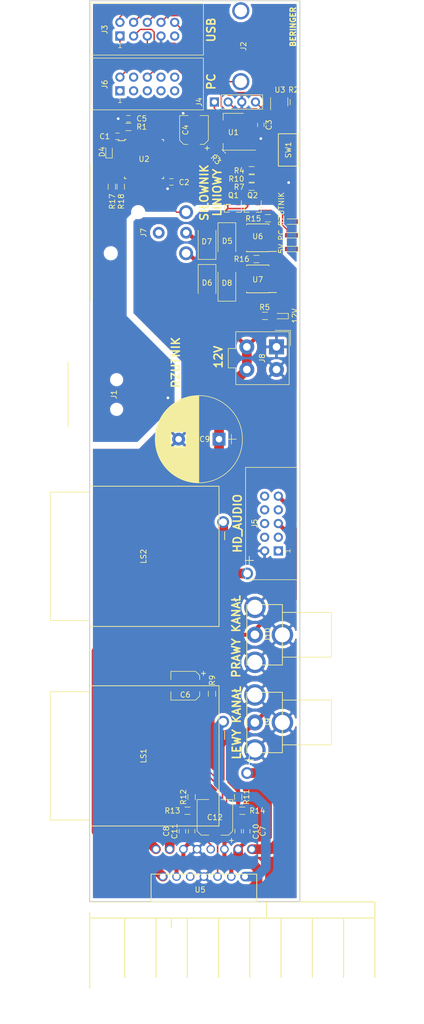
<source format=kicad_pcb>
(kicad_pcb (version 20171130) (host pcbnew "(5.0.0-rc2-dev-311-g1dd4af297)")
  (title_block (title resetUSB) (date 2018-02-14) (rev 1.0) (comment 1 "Projektant: Marek Piotrowski"))
  (layers (0 F.Cu signal) (31 B.Cu signal) (34 B.Paste user) (35 F.Paste user) (36 B.SilkS user) (37 F.SilkS user) (38 B.Mask user) (39 F.Mask user) (44 Edge.Cuts user))
  (net 0 "")
  (net 1 GND)
  (net 2 +5V)
  (net 3 +3V3)
  (net 4 +12V)
  (net 5 "Net-(D1-Pad2)")
  (net 6 "Net-(D2-Pad2)")
  (net 7 "Net-(D6-Pad2)")
  (net 8 /SWDIO)
  (net 9 /USB_P)
  (net 10 /USB_M)
  (net 11 "Net-(Q1-Pad1)")
  (net 12 "Net-(Q1-Pad3)")
  (net 13 "Net-(Q2-Pad3)")
  (net 14 "Net-(Q2-Pad1)")
  (net 15 /USB_PWR)
  (net 16 /SWCLK)
  (net 17 /M_IMP)
  (net 18 /RZUTNIK_VBUS)
  (net 19 /RZUTNIK_DP)
  (net 20 /RZUTNIK_DM)
  (net 21 /PC_PWR)
  (net 22 /PC_LED)
  (net 23 /M_IN1)
  (net 24 /M_IN2)
  (net 25 /LED_RED)
  (net 26 /LED_GREEN)
  (net 27 /LED_BLUE)
  (net 28 /PRZYCISK)
  (net 29 GNDA)
  (net 30 "Net-(C10-Pad2)")
  (net 31 "Net-(C10-Pad1)")
  (net 32 "Net-(LS1-Pad2)")
  (net 33 "Net-(LS1-Pad1)")
  (net 34 "Net-(LS2-Pad1)")
  (net 35 "Net-(LS2-Pad2)")
  (net 36 "Net-(C12-Pad1)")
  (net 37 "Net-(C5-Pad1)")
  (net 38 "Net-(C6-Pad1)")
  (net 39 "Net-(C11-Pad2)")
  (net 40 "Net-(C11-Pad1)")
  (net 41 "Net-(D3-Pad2)")
  (net 42 "Net-(D4-Pad1)")
  (net 43 "Net-(D5-Pad2)")
  (net 44 "Net-(J2-Pad5)")
  (net 45 "Net-(J2-Pad3)")
  (net 46 "Net-(J2-Pad4)")
  (net 47 "Net-(J2-Pad2)")
  (net 48 "Net-(J2-Pad1)")
  (net 49 "Net-(J3-Pad2)")
  (net 50 /OUT2_R)
  (net 51 /OUT2_L)
  (net 52 "Net-(D9-Pad2)")
  (module Resistors_SMD:R_0603 (layer F.Cu) (at 140.3465 196.0985)
    (fp_text reference R14 (at 2.794 0) (layer F.SilkS))
    (fp_text value 10K)
    (pad 2 smd rect (at 0.75 0) (size 0.5 0.9) (layers F.Cu F.Paste F.Mask) (net 29 GNDA))
    (pad 1 smd rect (at -0.75 0) (size 0.5 0.9) (layers F.Cu F.Paste F.Mask) (net 31 "Net-(C10-Pad1)"))
  )
  (module Capacitors_SMD:CP_Elec_6.3x5.3 (layer F.Cu) (at 135.27 197.3285 90)
    (fp_text reference C12 (at 0 0 180) (layer F.SilkS))
    (fp_text value 47u)
    (fp_text user + (at -4.28 3.01 90) (layer F.SilkS))
    (pad 2 smd rect (at 2.7 0 270) (size 3.5 1.6) (layers F.Cu F.Paste F.Mask) (net 29 GNDA))
    (pad 1 smd rect (at -2.7 0 270) (size 3.5 1.6) (layers F.Cu F.Paste F.Mask) (net 36 "Net-(C12-Pad1)"))
  )
  (module Resistors_SMD:R_0603 (layer F.Cu) (at 139.5845 193.5585 270)
    (fp_text reference R11 (at -0.006 -1.5275 270) (layer F.SilkS))
    (fp_text value 4K7)
    (pad 2 smd rect (at 0.75 0 270) (size 0.5 0.9) (layers F.Cu F.Paste F.Mask) (net 31 "Net-(C10-Pad1)"))
    (pad 1 smd rect (at -0.75 0 270) (size 0.5 0.9) (layers F.Cu F.Paste F.Mask) (net 51 /OUT2_L))
  )
  (module Capacitors_SMD:C_0603 (layer F.Cu) (at 130.952 199.9085 270)
    (fp_text reference C11 (at 0 3.1715 270) (layer F.SilkS))
    (fp_text value 0.47u)
    (pad 1 smd rect (at -0.75 0 270) (size 0.8 0.75) (layers F.Cu F.Paste F.Mask) (net 40 "Net-(C11-Pad1)"))
    (pad 2 smd rect (at 0.75 0 270) (size 0.8 0.75) (layers F.Cu F.Paste F.Mask) (net 39 "Net-(C11-Pad2)"))
  )
  (module Capacitors_SMD:C_0603 (layer F.Cu) (at 129.2365 199.9085 90)
    (fp_text reference C8 (at 0 -2.9835 90) (layer F.SilkS))
    (fp_text value 100n)
    (pad 1 smd rect (at -0.75 0 90) (size 0.8 0.75) (layers F.Cu F.Paste F.Mask) (net 4 +12V))
    (pad 2 smd rect (at 0.75 0 90) (size 0.8 0.75) (layers F.Cu F.Paste F.Mask) (net 29 GNDA))
  )
  (module Capacitors_SMD:C_0603 (layer F.Cu) (at 139.5845 199.8965 270)
    (fp_text reference C10 (at 0.0695 -3.3055 270) (layer F.SilkS))
    (fp_text value 0.47u)
    (pad 1 smd rect (at -0.75 0 270) (size 0.8 0.75) (layers F.Cu F.Paste F.Mask) (net 31 "Net-(C10-Pad1)"))
    (pad 2 smd rect (at 0.75 0 270) (size 0.8 0.75) (layers F.Cu F.Paste F.Mask) (net 30 "Net-(C10-Pad2)"))
  )
  (module Resistors_SMD:R_0603 (layer F.Cu) (at 130.9485 193.5585 270)
    (fp_text reference R12 (at 0 1.524 270) (layer F.SilkS))
    (fp_text value 4K7)
    (pad 2 smd rect (at 0.75 0 270) (size 0.5 0.9) (layers F.Cu F.Paste F.Mask) (net 40 "Net-(C11-Pad1)"))
    (pad 1 smd rect (at -0.75 0 270) (size 0.5 0.9) (layers F.Cu F.Paste F.Mask) (net 50 /OUT2_R))
  )
  (module mpio:MULTIWATT15 (layer F.Cu) (at 133.2325 212.8625 180)
    (fp_text reference U5 (at 0.7 2.1 180) (layer F.SilkS))
    (fp_text value TDA7375)
    (pad 15 thru_hole circle (at 8.89 9.63 180) (size 1.6 1.6) (drill 1.1) (layers *.Cu *.Mask) (net 34 "Net-(LS2-Pad1)"))
    (pad 13 thru_hole circle (at 6.35 9.63 180) (size 1.6 1.6) (drill 1.1) (layers *.Cu *.Mask) (net 4 +12V))
    (pad 11 thru_hole circle (at 3.81 9.63 180) (size 1.6 1.6) (drill 1.1) (layers *.Cu *.Mask) (net 39 "Net-(C11-Pad2)"))
    (pad 9 thru_hole circle (at 1.27 9.63 180) (size 1.6 1.6) (drill 1.1) (layers *.Cu *.Mask) (net 29 GNDA))
    (pad 7 thru_hole circle (at -1.27 9.63 180) (size 1.6 1.6) (drill 1.1) (layers *.Cu *.Mask) (net 38 "Net-(C6-Pad1)"))
    (pad 5 thru_hole circle (at -3.81 9.63 180) (size 1.6 1.6) (drill 1.1) (layers *.Cu *.Mask) (net 30 "Net-(C10-Pad2)"))
    (pad 3 thru_hole circle (at -6.35 9.63 180) (size 1.6 1.6) (drill 1.1) (layers *.Cu *.Mask) (net 4 +12V))
    (pad 1 thru_hole circle (at -8.89 9.63 180) (size 1.6 1.6) (drill 1.1) (layers *.Cu *.Mask) (net 33 "Net-(LS1-Pad1)"))
    (pad 14 thru_hole circle (at 7.62 4.55 180) (size 1.6 1.6) (drill 1.1) (layers *.Cu *.Mask) (net 35 "Net-(LS2-Pad2)"))
    (pad 12 thru_hole circle (at 5.08 4.55 180) (size 1.6 1.6) (drill 1.1) (layers *.Cu *.Mask) (net 39 "Net-(C11-Pad2)"))
    (pad 10 thru_hole circle (at 2.54 4.55 180) (size 1.6 1.6) (drill 1.1) (layers *.Cu *.Mask))
    (pad 2 thru_hole circle (at -7.62 4.55 180) (size 1.6 1.6) (drill 1.1) (layers *.Cu *.Mask) (net 32 "Net-(LS1-Pad2)"))
    (pad 4 thru_hole circle (at -5.08 4.55 180) (size 1.6 1.6) (drill 1.1) (layers *.Cu *.Mask) (net 30 "Net-(C10-Pad2)"))
    (pad 6 thru_hole circle (at -2.54 4.55 180) (size 1.6 1.6) (drill 1.1) (layers *.Cu *.Mask) (net 36 "Net-(C12-Pad1)"))
    (pad 8 thru_hole circle (at 0 4.55 180) (size 1.6 1.6) (drill 1.1) (layers *.Cu *.Mask) (net 29 GNDA))
  )
  (module Capacitors_SMD:C_0603 (layer F.Cu) (at 141.1745 199.9085 90)
    (fp_text reference C7 (at 0 2.9855 90) (layer F.SilkS))
    (fp_text value 100n)
    (pad 1 smd rect (at -0.75 0 90) (size 0.8 0.75) (layers F.Cu F.Paste F.Mask) (net 4 +12V))
    (pad 2 smd rect (at 0.75 0 90) (size 0.8 0.75) (layers F.Cu F.Paste F.Mask) (net 29 GNDA))
  )
  (module Resistors_SMD:R_0603 (layer F.Cu) (at 130.1865 196.0985 180)
    (fp_text reference R13 (at 2.794 0 180) (layer F.SilkS))
    (fp_text value 10K)
    (pad 2 smd rect (at 0.75 0 180) (size 0.5 0.9) (layers F.Cu F.Paste F.Mask) (net 29 GNDA))
    (pad 1 smd rect (at -0.75 0 180) (size 0.5 0.9) (layers F.Cu F.Paste F.Mask) (net 40 "Net-(C11-Pad1)"))
  )
  (module Resistors_SMD:R_0603 (layer F.Cu) (at 134.731 174.423 90)
    (fp_text reference R9 (at 2.5065 0.0395 90) (layer F.SilkS))
    (fp_text value 47K)
    (pad 2 smd rect (at 0.75 0 90) (size 0.5 0.9) (layers F.Cu F.Paste F.Mask) (net 38 "Net-(C6-Pad1)"))
    (pad 1 smd rect (at -0.75 0 90) (size 0.5 0.9) (layers F.Cu F.Paste F.Mask) (net 4 +12V))
  )
  (module Capacitors_SMD:CP_Elec_5x5.3 (layer F.Cu) (at 129.778 172.899 180)
    (fp_text reference C6 (at 0 -1.702 180) (layer F.SilkS))
    (fp_text value 10u)
    (fp_text user + (at -3.38 2.34 180) (layer F.SilkS))
    (pad 2 smd rect (at 2.2 0) (size 3 1.6) (layers F.Cu F.Paste F.Mask) (net 29 GNDA))
    (pad 1 smd rect (at -2.2 0) (size 3 1.6) (layers F.Cu F.Paste F.Mask) (net 38 "Net-(C6-Pad1)"))
  )
  (module mpio:USB-B_SMD (layer F.Cu) (at 117.0375 118.9325 270)
    (fp_text reference J1 (at 0 0.5 270) (layer F.SilkS))
    (fp_text value USBB-G-SMD)
    (pad 1 smd rect (at 1.875 -7 270) (size 0.7 3) (layers F.Cu F.Paste F.Mask) (net 18 /RZUTNIK_VBUS))
    (pad 3 smd rect (at -1.875 -7 270) (size 0.7 3) (layers F.Cu F.Paste F.Mask) (net 19 /RZUTNIK_DP))
    (pad 4 smd rect (at 0.625 -7 270) (size 0.7 3) (layers F.Cu F.Paste F.Mask) (net 1 GND))
    (pad 2 smd rect (at -0.625 -7 270) (size 0.7 3) (layers F.Cu F.Paste F.Mask) (net 20 /RZUTNIK_DM))
    (pad 5 smd rect (at 6.8 0 270) (size 3.4 6.04) (drill (offset 0 -0.58)) (layers F.Cu F.Paste F.Mask) (net 1 GND))
    (pad 5 smd rect (at -6.8 0 270) (size 3.4 6.04) (drill (offset 0 -0.58)) (layers F.Cu F.Paste F.Mask) (net 1 GND))
    (pad "" np_thru_hole circle (at 2.75 0 270) (size 1.4 1.4) (drill 1.4) (layers *.Cu *.Mask))
    (pad "" np_thru_hole circle (at -2.75 0 270) (size 1.4 1.4) (drill 1.4) (layers *.Cu *.Mask))
  )
  (module mpio:NLJ2MD-H (layer F.Cu) (at 112.0375 148.9325 270)
    (fp_text reference LS2 (at 0 -10 270) (layer F.SilkS))
    (fp_text value NLJ2MD-H)
    (fp_text user + (at 0.762 -29.464 270) (layer F.SilkS) (effects (font (size 2 2))))
    (fp_text user - (at -3.81 -24.892 270) (layer F.SilkS) (effects (font (size 2 2))))
    (pad 2 thru_hole circle (at -6.35 -24.77 270) (size 2.2 2.2) (drill 1.4) (layers *.Cu *.Mask) (net 35 "Net-(LS2-Pad2)"))
    (pad 1 thru_hole circle (at 3.18 -29.21 270) (size 2.2 2.2) (drill 1.4) (layers *.Cu *.Mask) (net 34 "Net-(LS2-Pad1)"))
  )
  (module Diodes_SMD:D_SMA (layer F.Cu) (at 133.813 90.4782 90)
    (fp_text reference D7 (at -0.0948 -0.0585 180) (layer F.SilkS))
    (fp_text value US1D)
    (pad 2 smd rect (at 2 0 90) (size 2.5 1.8) (layers F.Cu F.Paste F.Mask) (net 29 GNDA))
    (pad 1 smd rect (at -2 0 90) (size 2.5 1.8) (layers F.Cu F.Paste F.Mask) (net 43 "Net-(D5-Pad2)"))
  )
  (module Diodes_SMD:D_SMA (layer F.Cu) (at 137.496 90.4782 270)
    (fp_text reference D5 (at 0 -0.0685) (layer F.SilkS))
    (fp_text value US1D)
    (pad 2 smd rect (at 2 0 270) (size 2.5 1.8) (layers F.Cu F.Paste F.Mask) (net 43 "Net-(D5-Pad2)"))
    (pad 1 smd rect (at -2 0 270) (size 2.5 1.8) (layers F.Cu F.Paste F.Mask) (net 4 +12V))
  )
  (module Diodes_SMD:D_SMA (layer F.Cu) (at 133.813 98.2252 270)
    (fp_text reference D8 (at 0.0313 -3.688) (layer F.SilkS))
    (fp_text value US1D)
    (pad 2 smd rect (at 2 0 270) (size 2.5 1.8) (layers F.Cu F.Paste F.Mask) (net 29 GNDA))
    (pad 1 smd rect (at -2 0 270) (size 2.5 1.8) (layers F.Cu F.Paste F.Mask) (net 7 "Net-(D6-Pad2)"))
  )
  (module TO_SOT_Packages_SMD:SOT-23 (layer F.Cu) (at 138.6035 84.384 270)
    (fp_text reference Q1 (at -2.3835 -0.104) (layer F.SilkS))
    (fp_text value BC817)
    (pad 3 smd rect (at 1 0 270) (size 0.9 0.8) (layers F.Cu F.Paste F.Mask) (net 12 "Net-(Q1-Pad3)"))
    (pad 2 smd rect (at -1 0.95 270) (size 0.9 0.8) (layers F.Cu F.Paste F.Mask) (net 29 GNDA))
    (pad 1 smd rect (at -1 -0.95 270) (size 0.9 0.8) (layers F.Cu F.Paste F.Mask) (net 11 "Net-(Q1-Pad1)"))
  )
  (module TO_SOT_Packages_SMD:SOT-23 (layer F.Cu) (at 142.2865 84.384 270)
    (fp_text reference Q2 (at -2.3835 0.023) (layer F.SilkS))
    (fp_text value BC817)
    (pad 3 smd rect (at 1 0 270) (size 0.9 0.8) (layers F.Cu F.Paste F.Mask) (net 13 "Net-(Q2-Pad3)"))
    (pad 2 smd rect (at -1 0.95 270) (size 0.9 0.8) (layers F.Cu F.Paste F.Mask) (net 29 GNDA))
    (pad 1 smd rect (at -1 -0.95 270) (size 0.9 0.8) (layers F.Cu F.Paste F.Mask) (net 14 "Net-(Q2-Pad1)"))
  )
  (module Diodes_SMD:D_SMA (layer F.Cu) (at 137.496 98.2252 90)
    (fp_text reference D6 (at 0 -3.678 180) (layer F.SilkS))
    (fp_text value US1D)
    (pad 2 smd rect (at 2 0 90) (size 2.5 1.8) (layers F.Cu F.Paste F.Mask) (net 7 "Net-(D6-Pad2)"))
    (pad 1 smd rect (at -2 0 90) (size 2.5 1.8) (layers F.Cu F.Paste F.Mask) (net 4 +12V))
  )
  (module mpio:SOIC-8_3.9x4.9mm_Pitch1.27mm (layer F.Cu) (at 143.2237 89.8766 180)
    (fp_text reference U6 (at 0 0.2621 180) (layer F.SilkS))
    (fp_text value AO4616)
    (pad 8 smd rect (at 2.7 -1.905 180) (size 1.55 0.6) (layers F.Cu F.Paste F.Mask) (net 43 "Net-(D5-Pad2)"))
    (pad 7 smd rect (at 2.7 -0.635 180) (size 1.55 0.6) (layers F.Cu F.Paste F.Mask) (net 43 "Net-(D5-Pad2)"))
    (pad 6 smd rect (at 2.7 0.635 180) (size 1.55 0.6) (layers F.Cu F.Paste F.Mask) (net 43 "Net-(D5-Pad2)"))
    (pad 5 smd rect (at 2.7 1.905 180) (size 1.55 0.6) (layers F.Cu F.Paste F.Mask) (net 43 "Net-(D5-Pad2)"))
    (pad 4 smd rect (at -2.7 1.905 180) (size 1.55 0.6) (layers F.Cu F.Paste F.Mask) (net 12 "Net-(Q1-Pad3)"))
    (pad 3 smd rect (at -2.7 0.635 180) (size 1.55 0.6) (layers F.Cu F.Paste F.Mask) (net 4 +12V))
    (pad 2 smd rect (at -2.7 -0.635 180) (size 1.55 0.6) (layers F.Cu F.Paste F.Mask) (net 12 "Net-(Q1-Pad3)"))
    (pad 1 smd rect (at -2.7 -1.905 180) (size 1.55 0.6) (layers F.Cu F.Paste F.Mask) (net 29 GNDA))
  )
  (module mpio:SOIC-8_3.9x4.9mm_Pitch1.27mm (layer F.Cu) (at 143.2237 97.4966 180)
    (fp_text reference U7 (at 0 -0.1179 180) (layer F.SilkS))
    (fp_text value AO4616)
    (pad 8 smd rect (at 2.7 -1.905 180) (size 1.55 0.6) (layers F.Cu F.Paste F.Mask) (net 7 "Net-(D6-Pad2)"))
    (pad 7 smd rect (at 2.7 -0.635 180) (size 1.55 0.6) (layers F.Cu F.Paste F.Mask) (net 7 "Net-(D6-Pad2)"))
    (pad 6 smd rect (at 2.7 0.635 180) (size 1.55 0.6) (layers F.Cu F.Paste F.Mask) (net 7 "Net-(D6-Pad2)"))
    (pad 5 smd rect (at 2.7 1.905 180) (size 1.55 0.6) (layers F.Cu F.Paste F.Mask) (net 7 "Net-(D6-Pad2)"))
    (pad 4 smd rect (at -2.7 1.905 180) (size 1.55 0.6) (layers F.Cu F.Paste F.Mask) (net 13 "Net-(Q2-Pad3)"))
    (pad 3 smd rect (at -2.7 0.635 180) (size 1.55 0.6) (layers F.Cu F.Paste F.Mask) (net 4 +12V))
    (pad 2 smd rect (at -2.7 -0.635 180) (size 1.55 0.6) (layers F.Cu F.Paste F.Mask) (net 13 "Net-(Q2-Pad3)"))
    (pad 1 smd rect (at -2.7 -1.905 180) (size 1.55 0.6) (layers F.Cu F.Paste F.Mask) (net 29 GNDA))
  )
  (module Resistors_SMD:R_0603 (layer F.Cu) (at 142.986 93.8115 180)
    (fp_text reference R16 (at 2.7545 0 180) (layer F.SilkS))
    (fp_text value 10K)
    (pad 2 smd rect (at 0.75 0 180) (size 0.5 0.9) (layers F.Cu F.Paste F.Mask) (net 4 +12V))
    (pad 1 smd rect (at -0.75 0 180) (size 0.5 0.9) (layers F.Cu F.Paste F.Mask) (net 13 "Net-(Q2-Pad3)"))
  )
  (module Resistors_SMD:R_0603 (layer F.Cu) (at 145.1083 86.2423 180)
    (fp_text reference R15 (at 2.7178 -0.0762 180) (layer F.SilkS))
    (fp_text value 10K)
    (pad 2 smd rect (at 0.75 0 180) (size 0.5 0.9) (layers F.Cu F.Paste F.Mask) (net 4 +12V))
    (pad 1 smd rect (at -0.75 0 180) (size 0.5 0.9) (layers F.Cu F.Paste F.Mask) (net 12 "Net-(Q1-Pad3)"))
  )
  (module mpio:IDC10 (layer F.Cu) (at 147.0375 147.9325 90)
    (fp_text reference J5 (at 5.08 -4.393 90) (layer F.SilkS))
    (fp_text value Conn_02x05)
    (fp_text user 1 (at 0.02 1.72 90) (layer F.SilkS) (effects (font (thickness 0.12))))
    (pad 10 thru_hole oval (at 10.16 -2.54 90) (size 1.7272 1.7272) (drill 1.016) (layers *.Cu *.Mask))
    (pad 9 thru_hole oval (at 10.16 0 90) (size 1.7272 1.7272) (drill 1.016) (layers *.Cu *.Mask) (net 51 /OUT2_L))
    (pad 8 thru_hole oval (at 7.62 -2.54 90) (size 1.7272 1.7272) (drill 1.016) (layers *.Cu *.Mask))
    (pad 7 thru_hole oval (at 7.62 0 90) (size 1.7272 1.7272) (drill 1.016) (layers *.Cu *.Mask))
    (pad 6 thru_hole oval (at 5.08 -2.54 90) (size 1.7272 1.7272) (drill 1.016) (layers *.Cu *.Mask))
    (pad 5 thru_hole oval (at 5.08 0 90) (size 1.7272 1.7272) (drill 1.016) (layers *.Cu *.Mask) (net 50 /OUT2_R))
    (pad 4 thru_hole oval (at 2.54 -2.54 90) (size 1.7272 1.7272) (drill 1.016) (layers *.Cu *.Mask))
    (pad 3 thru_hole oval (at 2.54 0 90) (size 1.7272 1.7272) (drill 1.016) (layers *.Cu *.Mask))
    (pad 2 thru_hole oval (at 0 -2.54 90) (size 1.7272 1.7272) (drill 1.016) (layers *.Cu *.Mask) (net 29 GNDA))
    (pad 1 thru_hole rect (at 0 0 90) (size 1.7272 1.7272) (drill 1.016) (layers *.Cu *.Mask))
  )
  (module mpio:FC68391 (layer F.Cu) (at 147.796 179.738 90)
    (fp_text reference J9 (at 0 -2.7385 90) (layer F.SilkS))
    (fp_text value FC68391)
    (pad 2 thru_hole circle (at 5.1 -5.1 90) (size 4 4) (drill 2.8) (layers *.Cu *.Mask) (net 29 GNDA))
    (pad 2 thru_hole circle (at -5.1 -5.1 90) (size 4 4) (drill 2.8) (layers *.Cu *.Mask) (net 29 GNDA))
    (pad 1 thru_hole circle (at 0 -5.1 90) (size 3 3) (drill 1.6) (layers *.Cu *.Mask) (net 51 /OUT2_L))
    (pad 2 thru_hole circle (at 0 0 90) (size 4 4) (drill 2.8) (layers *.Cu *.Mask) (net 29 GNDA))
  )
  (module LEDs:LED_0603 (layer F.Cu) (at 147.5975 104.394 180)
    (fp_text reference D9 hide)
    (fp_text value RED)
    (pad 1 smd rect (at -0.8 0) (size 0.8 0.8) (layers F.Cu F.Paste F.Mask) (net 29 GNDA))
    (pad 2 smd rect (at 0.8 0) (size 0.8 0.8) (layers F.Cu F.Paste F.Mask) (net 52 "Net-(D9-Pad2)"))
  )
  (module Resistors_SMD:R_0603 (layer F.Cu) (at 144.5495 104.3525)
    (fp_text reference R5 (at -0.0395 -1.6045) (layer F.SilkS))
    (fp_text value 100K)
    (pad 2 smd rect (at 0.75 0) (size 0.5 0.9) (layers F.Cu F.Paste F.Mask) (net 52 "Net-(D9-Pad2)"))
    (pad 1 smd rect (at -0.75 0) (size 0.5 0.9) (layers F.Cu F.Paste F.Mask) (net 4 +12V))
  )
  (module mpio:Molex_MiniFit-JR-5556-04A_2x02x4.20mm_Straight (layer F.Cu) (at 146.6955 110.0935 270)
    (fp_text reference J8 (at 2.1 2.654 270) (layer F.SilkS))
    (fp_text value "Mini-Fit Jr; 4,2mm")
    (pad 4 thru_hole circle (at 4.2 5.5 270) (size 2.8 2.8) (drill 1.4) (layers *.Cu *.Mask) (net 4 +12V))
    (pad 3 thru_hole circle (at 0 5.5 270) (size 2.8 2.8) (drill 1.4) (layers *.Cu *.Mask) (net 4 +12V))
    (pad 2 thru_hole circle (at 4.2 0 270) (size 2.8 2.8) (drill 1.4) (layers *.Cu *.Mask) (net 29 GNDA))
    (pad 1 thru_hole rect (at 0 0 270) (size 2.8 2.8) (drill 1.4) (layers *.Cu *.Mask) (net 29 GNDA))
  )
  (module mpio:FC68391 (layer F.Cu) (at 147.796 163.482 90)
    (fp_text reference J10 (at 0 -2.7385 90) (layer F.SilkS))
    (fp_text value FC68391)
    (pad 2 thru_hole circle (at 5.1 -5.1 90) (size 4 4) (drill 2.8) (layers *.Cu *.Mask) (net 29 GNDA))
    (pad 2 thru_hole circle (at -5.1 -5.1 90) (size 4 4) (drill 2.8) (layers *.Cu *.Mask) (net 29 GNDA))
    (pad 1 thru_hole circle (at 0 -5.1 90) (size 3 3) (drill 1.6) (layers *.Cu *.Mask) (net 50 /OUT2_R))
    (pad 2 thru_hole circle (at 0 0 90) (size 4 4) (drill 2.8) (layers *.Cu *.Mask) (net 29 GNDA))
  )
  (module Resistors_SMD:R_0603 (layer F.Cu) (at 142.097 78.872 180)
    (fp_text reference R10 (at 2.8448 -0.0762 180) (layer F.SilkS))
    (fp_text value 33K)
    (pad 2 smd rect (at 0.75 0 180) (size 0.5 0.9) (layers F.Cu F.Paste F.Mask) (net 27 /LED_BLUE))
    (pad 1 smd rect (at -0.75 0 180) (size 0.5 0.9) (layers F.Cu F.Paste F.Mask) (net 41 "Net-(D3-Pad2)"))
  )
  (module mpio:AC3MAH-AU-PRE (layer F.Cu) (at 121.0375 88.9325 90)
    (fp_text reference J7 (at 0 1 90) (layer F.SilkS))
    (fp_text value AC3MAH-AU-PRE)
    (pad "" np_thru_hole circle (at -3.81 -5.08 90) (size 1.6 1.6) (drill 1.6) (layers *.Cu *.Mask))
    (pad "" np_thru_hole circle (at 3.81 0 90) (size 1.6 1.6) (drill 1.6) (layers *.Cu *.Mask))
    (pad 4 thru_hole circle (at 0 3.81 90) (size 2.2 2.2) (drill 1.2) (layers *.Cu *.Mask))
    (pad 3 thru_hole circle (at 0 8.89 90) (size 2.2 2.2) (drill 1.2) (layers *.Cu *.Mask) (net 43 "Net-(D5-Pad2)"))
    (pad 2 thru_hole circle (at -3.81 8.89 90) (size 2.6 2.6) (drill 1.6) (layers *.Cu *.Mask) (net 7 "Net-(D6-Pad2)"))
    (pad 1 thru_hole circle (at 3.81 8.89 90) (size 2.6 2.6) (drill 1.6) (layers *.Cu *.Mask) (net 42 "Net-(D4-Pad1)"))
  )
  (module Housings_QFP:LQFP-32_7x7mm_Pitch0.8mm (layer F.Cu) (at 122.130272 75.273643)
    (fp_text reference U2 (at 0 -0.004143) (layer F.SilkS))
    (fp_text value STM32F042K6Tx)
    (pad 32 smd rect (at -2.8 -4.25 90) (size 1.2 0.6) (layers F.Cu F.Paste F.Mask) (net 1 GND))
    (pad 31 smd rect (at -2 -4.25 90) (size 1.2 0.6) (layers F.Cu F.Paste F.Mask) (net 37 "Net-(C5-Pad1)"))
    (pad 30 smd rect (at -1.2 -4.25 90) (size 1.2 0.6) (layers F.Cu F.Paste F.Mask) (net 18 /RZUTNIK_VBUS))
    (pad 29 smd rect (at -0.4 -4.25 90) (size 1.2 0.6) (layers F.Cu F.Paste F.Mask) (net 20 /RZUTNIK_DM))
    (pad 28 smd rect (at 0.4 -4.25 90) (size 1.2 0.6) (layers F.Cu F.Paste F.Mask) (net 19 /RZUTNIK_DP))
    (pad 27 smd rect (at 1.2 -4.25 90) (size 1.2 0.6) (layers F.Cu F.Paste F.Mask))
    (pad 26 smd rect (at 2 -4.25 90) (size 1.2 0.6) (layers F.Cu F.Paste F.Mask) (net 21 /PC_PWR))
    (pad 25 smd rect (at 2.8 -4.25 90) (size 1.2 0.6) (layers F.Cu F.Paste F.Mask) (net 22 /PC_LED))
    (pad 24 smd rect (at 4.25 -2.8) (size 1.2 0.6) (layers F.Cu F.Paste F.Mask) (net 16 /SWCLK))
    (pad 23 smd rect (at 4.25 -2) (size 1.2 0.6) (layers F.Cu F.Paste F.Mask) (net 8 /SWDIO))
    (pad 22 smd rect (at 4.25 -1.2) (size 1.2 0.6) (layers F.Cu F.Paste F.Mask) (net 9 /USB_P))
    (pad 21 smd rect (at 4.25 -0.4) (size 1.2 0.6) (layers F.Cu F.Paste F.Mask) (net 10 /USB_M))
    (pad 20 smd rect (at 4.25 0.4) (size 1.2 0.6) (layers F.Cu F.Paste F.Mask) (net 15 /USB_PWR))
    (pad 19 smd rect (at 4.25 1.2) (size 1.2 0.6) (layers F.Cu F.Paste F.Mask) (net 28 /PRZYCISK))
    (pad 18 smd rect (at 4.25 2) (size 1.2 0.6) (layers F.Cu F.Paste F.Mask))
    (pad 17 smd rect (at 4.25 2.8) (size 1.2 0.6) (layers F.Cu F.Paste F.Mask) (net 3 +3V3))
    (pad 16 smd rect (at 2.8 4.25 90) (size 1.2 0.6) (layers F.Cu F.Paste F.Mask) (net 1 GND))
    (pad 15 smd rect (at 2 4.25 90) (size 1.2 0.6) (layers F.Cu F.Paste F.Mask))
    (pad 14 smd rect (at 1.2 4.25 90) (size 1.2 0.6) (layers F.Cu F.Paste F.Mask))
    (pad 13 smd rect (at 0.4 4.25 90) (size 1.2 0.6) (layers F.Cu F.Paste F.Mask))
    (pad 12 smd rect (at -0.4 4.25 90) (size 1.2 0.6) (layers F.Cu F.Paste F.Mask))
    (pad 11 smd rect (at -1.2 4.25 90) (size 1.2 0.6) (layers F.Cu F.Paste F.Mask) (net 25 /LED_RED))
    (pad 10 smd rect (at -2 4.25 90) (size 1.2 0.6) (layers F.Cu F.Paste F.Mask) (net 27 /LED_BLUE))
    (pad 9 smd rect (at -2.8 4.25 90) (size 1.2 0.6) (layers F.Cu F.Paste F.Mask) (net 26 /LED_GREEN))
    (pad 8 smd rect (at -4.25 2.8) (size 1.2 0.6) (layers F.Cu F.Paste F.Mask))
    (pad 7 smd rect (at -4.25 2) (size 1.2 0.6) (layers F.Cu F.Paste F.Mask) (net 24 /M_IN2))
    (pad 6 smd rect (at -4.25 1.2) (size 1.2 0.6) (layers F.Cu F.Paste F.Mask) (net 23 /M_IN1))
    (pad 5 smd rect (at -4.25 0.4) (size 1.2 0.6) (layers F.Cu F.Paste F.Mask) (net 3 +3V3))
    (pad 4 smd rect (at -4.25 -0.4) (size 1.2 0.6) (layers F.Cu F.Paste F.Mask))
    (pad 3 smd rect (at -4.25 -1.2) (size 1.2 0.6) (layers F.Cu F.Paste F.Mask))
    (pad 2 smd rect (at -4.25 -2) (size 1.2 0.6) (layers F.Cu F.Paste F.Mask) (net 17 /M_IMP))
    (pad 1 smd rect (at -4.25 -2.8) (size 1.2 0.6) (layers F.Cu F.Paste F.Mask) (net 3 +3V3))
  )
  (module Resistors_SMD:R_0603 (layer F.Cu) (at 119.225376 69.325202)
    (fp_text reference R1 (at 2.464124 -0.024702) (layer F.SilkS))
    (fp_text value 100K)
    (pad 2 smd rect (at 0.75 0) (size 0.5 0.9) (layers F.Cu F.Paste F.Mask) (net 37 "Net-(C5-Pad1)"))
    (pad 1 smd rect (at -0.75 0) (size 0.5 0.9) (layers F.Cu F.Paste F.Mask) (net 1 GND))
  )
  (module Capacitors_SMD:C_0603 (layer F.Cu) (at 117.191131 71.052923)
    (fp_text reference C1 (at -2.359631 0.025577) (layer F.SilkS))
    (fp_text value 100n)
    (pad 1 smd rect (at -0.75 0) (size 0.8 0.75) (layers F.Cu F.Paste F.Mask) (net 3 +3V3))
    (pad 2 smd rect (at 0.75 0) (size 0.8 0.75) (layers F.Cu F.Paste F.Mask) (net 1 GND))
  )
  (module Capacitors_SMD:C_0603 (layer F.Cu) (at 119.237376 67.801202 180)
    (fp_text reference C5 (at -2.452124 0.024702 180) (layer F.SilkS))
    (fp_text value 100n)
    (pad 1 smd rect (at -0.75 0 180) (size 0.8 0.75) (layers F.Cu F.Paste F.Mask) (net 37 "Net-(C5-Pad1)"))
    (pad 2 smd rect (at 0.75 0 180) (size 0.8 0.75) (layers F.Cu F.Paste F.Mask) (net 1 GND))
  )
  (module mpio:USB-A_SMD (layer F.Cu) (at 140.081 54.356 90)
    (fp_text reference J2 (at 0 0.5 90) (layer F.SilkS))
    (fp_text value TUEA4F2SOBHT)
    (pad 1 smd rect (at -3.5 -4.21 90) (size 1 3) (layers F.Cu F.Paste F.Mask) (net 48 "Net-(J2-Pad1)"))
    (pad 2 smd rect (at -1 -4.21 90) (size 1 3) (layers F.Cu F.Paste F.Mask) (net 47 "Net-(J2-Pad2)"))
    (pad 4 smd rect (at 3.5 -4.21 90) (size 1 3) (layers F.Cu F.Paste F.Mask) (net 46 "Net-(J2-Pad4)"))
    (pad 3 smd rect (at 1 -4.21 90) (size 1 3) (layers F.Cu F.Paste F.Mask) (net 45 "Net-(J2-Pad3)"))
    (pad 5 thru_hole circle (at 6.57 0 90) (size 3.2 3.2) (drill 2.3) (layers *.Cu *.Mask) (net 44 "Net-(J2-Pad5)"))
    (pad 5 thru_hole circle (at -6.57 0 90) (size 3.2 3.2) (drill 2.3) (layers *.Cu *.Mask) (net 44 "Net-(J2-Pad5)"))
  )
  (module Capacitors_THT:CP_Radial_D16.0mm_P7.50mm (layer F.Cu) (at 136.0375 127.2125 180)
    (fp_text reference C9 (at 2.664 0) (layer F.SilkS))
    (fp_text value 4700u)
    (pad 2 thru_hole circle (at 7.5 0 180) (size 2.4 2.4) (drill 1.2) (layers *.Cu *.Mask) (net 29 GNDA))
    (pad 1 thru_hole rect (at 0 0 180) (size 2.4 2.4) (drill 1.2) (layers *.Cu *.Mask) (net 4 +12V))
  )
  (module mpio:NLJ2MD-H (layer F.Cu) (at 112.0375 185.9325 270)
    (fp_text reference LS1 (at 0 -10 270) (layer F.SilkS))
    (fp_text value NLJ2MD-H)
    (fp_text user + (at 0.762 -29.464 270) (layer F.SilkS) (effects (font (size 2 2))))
    (fp_text user - (at -3.81 -24.892 270) (layer F.SilkS) (effects (font (size 2 2))))
    (pad 2 thru_hole circle (at -6.35 -24.77 270) (size 2.2 2.2) (drill 1.4) (layers *.Cu *.Mask) (net 32 "Net-(LS1-Pad2)"))
    (pad 1 thru_hole circle (at 3.18 -29.21 270) (size 2.2 2.2) (drill 1.4) (layers *.Cu *.Mask) (net 33 "Net-(LS1-Pad1)"))
  )
  (module Capacitors_SMD:C_0603 (layer F.Cu) (at 143.786359 68.940041 270)
    (fp_text reference C3 (at 0 -1.5 270) (layer F.SilkS))
    (fp_text value 100n)
    (pad 1 smd rect (at -0.75 0 270) (size 0.8 0.75) (layers F.Cu F.Paste F.Mask) (net 2 +5V))
    (pad 2 smd rect (at 0.75 0 270) (size 0.8 0.75) (layers F.Cu F.Paste F.Mask) (net 1 GND))
  )
  (module Capacitors_SMD:CP_Elec_5x5.3 (layer F.Cu) (at 131.4183 69.8751 90)
    (fp_text reference C4 (at 0 -1.6008 90) (layer F.SilkS))
    (fp_text value 10u)
    (fp_text user + (at -3.38 2.34 90) (layer F.SilkS))
    (pad 2 smd rect (at 2.2 0 270) (size 3 1.6) (layers F.Cu F.Paste F.Mask) (net 1 GND))
    (pad 1 smd rect (at -2.2 0 270) (size 3 1.6) (layers F.Cu F.Paste F.Mask) (net 3 +3V3))
  )
  (module TO_SOT_Packages_SMD:SOT-223-3_TabPin2 (layer F.Cu) (at 138.706359 70.210041 180)
    (fp_text reference U1 (at 0 -0.106459 180) (layer F.SilkS))
    (fp_text value LD1117S33TR)
    (pad 1 smd rect (at -3.15 -2.3 180) (size 2 1.5) (layers F.Cu F.Paste F.Mask) (net 1 GND))
    (pad 3 smd rect (at -3.15 2.3 180) (size 2 1.5) (layers F.Cu F.Paste F.Mask) (net 2 +5V))
    (pad 2 smd rect (at -3.15 0 180) (size 2 1.5) (layers F.Cu F.Paste F.Mask) (net 3 +3V3))
    (pad 2 smd rect (at 3.15 0 180) (size 2 3.8) (layers F.Cu F.Paste F.Mask) (net 3 +3V3))
  )
  (module mpio:SW_3x6_1,6x7,4 (layer F.Cu) (at 148.8935 73.5835 90)
    (fp_text reference SW1 (at 0 0 90) (layer F.SilkS))
    (fp_text value "TACTM-34N-F " hide)
    (pad 2 smd rect (at 3.7 0 90) (size 2.18 1.6) (layers F.Cu F.Paste F.Mask) (net 28 /PRZYCISK))
    (pad 1 smd rect (at -3.7 0 90) (size 2.18 1.6) (layers F.Cu F.Paste F.Mask) (net 1 GND))
  )
  (module Capacitors_SMD:C_0603 (layer F.Cu) (at 127.210127 79.513456 180)
    (fp_text reference C2 (at -2.353373 -0.074044 180) (layer F.SilkS))
    (fp_text value 100n)
    (pad 1 smd rect (at -0.75 0 180) (size 0.8 0.75) (layers F.Cu F.Paste F.Mask) (net 3 +3V3))
    (pad 2 smd rect (at 0.75 0 180) (size 0.8 0.75) (layers F.Cu F.Paste F.Mask) (net 1 GND))
  )
  (module Resistors_SMD:R_0603 (layer F.Cu) (at 136.4475 74.3455 135)
    (fp_text reference R3 (at 0 -1.45 135) (layer F.SilkS))
    (fp_text value 100K)
    (pad 2 smd rect (at 0.75 0 135) (size 0.5 0.9) (layers F.Cu F.Paste F.Mask) (net 3 +3V3))
    (pad 1 smd rect (at -0.75 0 135) (size 0.5 0.9) (layers F.Cu F.Paste F.Mask) (net 8 /SWDIO))
  )
  (module Diodes_SMD:D_SOD-523 (layer F.Cu) (at 115.6335 73.9235 90)
    (fp_text reference D4 (at 0 -1.3 90) (layer F.SilkS))
    (fp_text value 1PS79SB70)
    (pad 1 smd rect (at -0.7 0 270) (size 0.6 0.7) (layers F.Cu F.Paste F.Mask) (net 42 "Net-(D4-Pad1)"))
    (pad 2 smd rect (at 0.7 0 270) (size 0.6 0.7) (layers F.Cu F.Paste F.Mask) (net 17 /M_IMP))
  )
  (module LEDs:LED_0603 (layer F.Cu) (at 149.463 91.953 180)
    (fp_text reference D1 hide)
    (fp_text value RED)
    (pad 1 smd rect (at -0.8 0) (size 0.8 0.8) (layers F.Cu F.Paste F.Mask) (net 1 GND))
    (pad 2 smd rect (at 0.8 0) (size 0.8 0.8) (layers F.Cu F.Paste F.Mask) (net 5 "Net-(D1-Pad2)"))
  )
  (module LEDs:LED_0603 (layer F.Cu) (at 149.463 89.413 180)
    (fp_text reference D2 hide)
    (fp_text value GREEN)
    (pad 1 smd rect (at -0.8 0) (size 0.8 0.8) (layers F.Cu F.Paste F.Mask) (net 1 GND))
    (pad 2 smd rect (at 0.8 0) (size 0.8 0.8) (layers F.Cu F.Paste F.Mask) (net 6 "Net-(D2-Pad2)"))
  )
  (module LEDs:LED_0603 (layer F.Cu) (at 149.463 86.873 180)
    (fp_text reference D3 hide)
    (fp_text value BLUE)
    (pad 1 smd rect (at -0.8 0) (size 0.8 0.8) (layers F.Cu F.Paste F.Mask) (net 1 GND))
    (pad 2 smd rect (at 0.8 0) (size 0.8 0.8) (layers F.Cu F.Paste F.Mask) (net 41 "Net-(D3-Pad2)"))
  )
  (module Resistors_SMD:R_0603 (layer F.Cu) (at 149.9095 64.6935 270)
    (fp_text reference R2 (at -2.251 0.026) (layer F.SilkS))
    (fp_text value 100K)
    (pad 2 smd rect (at 0.75 0 270) (size 0.5 0.9) (layers F.Cu F.Paste F.Mask) (net 15 /USB_PWR))
    (pad 1 smd rect (at -0.75 0 270) (size 0.5 0.9) (layers F.Cu F.Paste F.Mask) (net 49 "Net-(J3-Pad2)"))
  )
  (module mpio:IDC10 (layer F.Cu) (at 117.6515 52.4615)
    (fp_text reference J3 (at -2.82 -1.195 90) (layer F.SilkS))
    (fp_text value Conn_02x05)
    (fp_text user 1 (at 0.02 1.72) (layer F.SilkS) (effects (font (thickness 0.12))))
    (pad 10 thru_hole oval (at 10.16 -2.54) (size 1.7272 1.7272) (drill 1.016) (layers *.Cu *.Mask) (net 44 "Net-(J2-Pad5)"))
    (pad 9 thru_hole oval (at 10.16 0) (size 1.7272 1.7272) (drill 1.016) (layers *.Cu *.Mask))
    (pad 8 thru_hole oval (at 7.62 -2.54) (size 1.7272 1.7272) (drill 1.016) (layers *.Cu *.Mask) (net 46 "Net-(J2-Pad4)"))
    (pad 7 thru_hole oval (at 7.62 0) (size 1.7272 1.7272) (drill 1.016) (layers *.Cu *.Mask) (net 1 GND))
    (pad 6 thru_hole oval (at 5.08 -2.54) (size 1.7272 1.7272) (drill 1.016) (layers *.Cu *.Mask) (net 45 "Net-(J2-Pad3)"))
    (pad 5 thru_hole oval (at 5.08 0) (size 1.7272 1.7272) (drill 1.016) (layers *.Cu *.Mask) (net 9 /USB_P))
    (pad 4 thru_hole oval (at 2.54 -2.54) (size 1.7272 1.7272) (drill 1.016) (layers *.Cu *.Mask) (net 47 "Net-(J2-Pad2)"))
    (pad 3 thru_hole oval (at 2.54 0) (size 1.7272 1.7272) (drill 1.016) (layers *.Cu *.Mask) (net 10 /USB_M))
    (pad 2 thru_hole oval (at 0 -2.54) (size 1.7272 1.7272) (drill 1.016) (layers *.Cu *.Mask) (net 49 "Net-(J3-Pad2)"))
    (pad 1 thru_hole rect (at 0 0) (size 1.7272 1.7272) (drill 1.016) (layers *.Cu *.Mask) (net 2 +5V))
  )
  (module mpio:IDC10 (layer F.Cu) (at 117.6515 62.6215)
    (fp_text reference J6 (at -2.82 -1.195 90) (layer F.SilkS))
    (fp_text value Conn_02x05)
    (fp_text user 1 (at 0.02 1.72) (layer F.SilkS) (effects (font (thickness 0.12))))
    (pad 10 thru_hole oval (at 10.16 -2.54) (size 1.7272 1.7272) (drill 1.016) (layers *.Cu *.Mask))
    (pad 9 thru_hole oval (at 10.16 0) (size 1.7272 1.7272) (drill 1.016) (layers *.Cu *.Mask))
    (pad 8 thru_hole oval (at 7.62 -2.54) (size 1.7272 1.7272) (drill 1.016) (layers *.Cu *.Mask))
    (pad 7 thru_hole oval (at 7.62 0) (size 1.7272 1.7272) (drill 1.016) (layers *.Cu *.Mask))
    (pad 6 thru_hole oval (at 5.08 -2.54) (size 1.7272 1.7272) (drill 1.016) (layers *.Cu *.Mask) (net 21 /PC_PWR))
    (pad 5 thru_hole oval (at 5.08 0) (size 1.7272 1.7272) (drill 1.016) (layers *.Cu *.Mask))
    (pad 4 thru_hole oval (at 2.54 -2.54) (size 1.7272 1.7272) (drill 1.016) (layers *.Cu *.Mask))
    (pad 3 thru_hole oval (at 2.54 0) (size 1.7272 1.7272) (drill 1.016) (layers *.Cu *.Mask))
    (pad 2 thru_hole oval (at 0 -2.54) (size 1.7272 1.7272) (drill 1.016) (layers *.Cu *.Mask) (net 22 /PC_LED))
    (pad 1 thru_hole rect (at 0 0) (size 1.7272 1.7272) (drill 1.016) (layers *.Cu *.Mask))
  )
  (module Pin_Headers:Pin_Header_Straight_1x04_Pitch2.54mm (layer F.Cu) (at 135.1775 64.6935 90)
    (fp_text reference J4 (at 0 -2.82 270) (layer F.SilkS))
    (fp_text value SWD_4pin)
    (pad 4 thru_hole oval (at 0 7.62 90) (size 1.7 1.7) (drill 1) (layers *.Cu *.Mask) (net 8 /SWDIO))
    (pad 3 thru_hole oval (at 0 5.08 90) (size 1.7 1.7) (drill 1) (layers *.Cu *.Mask) (net 1 GND))
    (pad 2 thru_hole oval (at 0 2.54 90) (size 1.7 1.7) (drill 1) (layers *.Cu *.Mask) (net 16 /SWCLK))
    (pad 1 thru_hole rect (at 0 0 90) (size 1.7 1.7) (drill 1) (layers *.Cu *.Mask) (net 3 +3V3))
  )
  (module mpio:TSOP-6_1.65x3.05mm_Pitch0.95mm (layer F.Cu) (at 147.2044 64.6568 90)
    (fp_text reference U3 (at 2.2143 0.1391 180) (layer F.SilkS))
    (fp_text value IRLTS2242)
    (pad 6 smd rect (at 1.16 -0.95 90) (size 0.7 0.51) (layers F.Cu F.Paste F.Mask) (net 48 "Net-(J2-Pad1)"))
    (pad 5 smd rect (at 1.16 0 90) (size 0.7 0.51) (layers F.Cu F.Paste F.Mask) (net 48 "Net-(J2-Pad1)"))
    (pad 4 smd rect (at 1.16 0.95 90) (size 0.7 0.51) (layers F.Cu F.Paste F.Mask) (net 49 "Net-(J3-Pad2)"))
    (pad 3 smd rect (at -1.16 0.95 90) (size 0.7 0.51) (layers F.Cu F.Paste F.Mask) (net 15 /USB_PWR))
    (pad 2 smd rect (at -1.16 0 90) (size 0.7 0.51) (layers F.Cu F.Paste F.Mask) (net 48 "Net-(J2-Pad1)"))
    (pad 1 smd rect (at -1.16 -0.95 90) (size 0.7 0.51) (layers F.Cu F.Paste F.Mask) (net 48 "Net-(J2-Pad1)"))
  )
  (module Resistors_SMD:R_0603 (layer F.Cu) (at 142.097 80.396 180)
    (fp_text reference R7 (at 2.3368 -0.0562 180) (layer F.SilkS))
    (fp_text value 6K8)
    (pad 2 smd rect (at 0.75 0 180) (size 0.5 0.9) (layers F.Cu F.Paste F.Mask) (net 26 /LED_GREEN))
    (pad 1 smd rect (at -0.75 0 180) (size 0.5 0.9) (layers F.Cu F.Paste F.Mask) (net 6 "Net-(D2-Pad2)"))
  )
  (module Resistors_SMD:R_0603 (layer F.Cu) (at 142.097 77.348 180)
    (fp_text reference R4 (at 2.326 -0.076 180) (layer F.SilkS))
    (fp_text value 22K)
    (pad 2 smd rect (at 0.75 0 180) (size 0.5 0.9) (layers F.Cu F.Paste F.Mask) (net 25 /LED_RED))
    (pad 1 smd rect (at -0.75 0 180) (size 0.5 0.9) (layers F.Cu F.Paste F.Mask) (net 5 "Net-(D1-Pad2)"))
  )
  (module Resistors_SMD:R_0603 (layer F.Cu) (at 116.1523 80.4003 90)
    (fp_text reference R17 (at -2.7432 0.0762 90) (layer F.SilkS))
    (fp_text value 10K)
    (pad 2 smd rect (at 0.75 0 90) (size 0.5 0.9) (layers F.Cu F.Paste F.Mask) (net 23 /M_IN1))
    (pad 1 smd rect (at -0.75 0 90) (size 0.5 0.9) (layers F.Cu F.Paste F.Mask) (net 11 "Net-(Q1-Pad1)"))
  )
  (module Resistors_SMD:R_0603 (layer F.Cu) (at 117.8033 80.4003 90)
    (fp_text reference R18 (at -2.7432 0.0762 90) (layer F.SilkS))
    (fp_text value 10K)
    (pad 2 smd rect (at 0.75 0 90) (size 0.5 0.9) (layers F.Cu F.Paste F.Mask) (net 24 /M_IN2))
    (pad 1 smd rect (at -0.75 0 90) (size 0.5 0.9) (layers F.Cu F.Paste F.Mask) (net 14 "Net-(Q2-Pad1)"))
  )
  (gr_line (start 151.0375 212.9325) (end 151.0375 45.9325) (layer Edge.Cuts) (width 0.2))
  (gr_line (start 112.0375 212.9325) (end 151.0375 212.9325) (layer Edge.Cuts) (width 0.2))
  (gr_line (start 112.0375 45.9325) (end 112.0375 212.9325) (layer Edge.Cuts) (width 0.2))
  (gr_line (start 164.95 213) (end 164.95 216) (layer F.SilkS) (width 0.2))
  (gr_line (start 112.05 213) (end 164.95 213) (layer F.SilkS) (width 0.2))
  (gr_line (start 112.05 218) (end 112.05 215) (layer F.SilkS) (width 0.2))
  (gr_line (start 112.05 216) (end 164.95 216) (layer F.SilkS) (width 0.2))
  (gr_line (start 127.2 216) (end 127.2 217.8) (layer F.SilkS) (width 0.2))
  (gr_line (start 112.05 218) (end 112.05 229) (layer F.SilkS) (width 0.2))
  (gr_line (start 118.55 216) (end 118.55 227) (layer F.SilkS) (width 0.2))
  (gr_line (start 159.15 216) (end 159.15 227) (layer F.SilkS) (width 0.2))
  (gr_line (start 147.55 216) (end 147.55 227) (layer F.SilkS) (width 0.2))
  (gr_line (start 141.75 216) (end 141.75 227) (layer F.SilkS) (width 0.2))
  (gr_line (start 153.35 216) (end 153.35 227) (layer F.SilkS) (width 0.2))
  (gr_line (start 164.95 216) (end 164.95 227) (layer F.SilkS) (width 0.2))
  (gr_line (start 135.95 216) (end 135.95 227) (layer F.SilkS) (width 0.2))
  (gr_line (start 124.35 216) (end 124.35 227) (layer F.SilkS) (width 0.2))
  (gr_line (start 144.85 213) (end 144.85 216) (layer F.SilkS) (width 0.2))
  (gr_line (start 130.15 216) (end 130.15 227) (layer F.SilkS) (width 0.2))
  (gr_line (start 151.0375 45.9325) (end 112.0375 45.9325) (layer Edge.Cuts) (width 0.15))
  (gr_text 12V (at 150.1375 104.3525 90) (layer F.SilkS) (effects (font (size 1 1))))
  (gr_line (start 138.1345 83.688) (end 137.3725 83.688) (layer F.SilkS) (width 0.2))
  (gr_text RZUTNIK (at 147.5975 84.5405 90) (layer F.SilkS) (effects (font (size 1 1))))
  (gr_text 12V (at 135.9135 111.9725 90) (layer F.SilkS) (effects (font (size 1.5 1.5) (thickness 0.3))))
  (gr_text USB (at 134.58 51.33 90) (layer F.SilkS) (effects (font (size 1.5 1.5) (thickness 0.3))))
  (gr_text PC (at 147.5975 89.3665 90) (layer F.SilkS) (effects (font (size 1 1))))
  (gr_text 5V (at 147.5975 91.9065 90) (layer F.SilkS) (effects (font (size 1 1))))
  (gr_text HD_AUDIO (at 139.4695 142.8335 90) (layer F.SilkS) (effects (font (size 1.5 1.5) (thickness 0.3))))
  (gr_text "PRAWY KANAŁ" (at 139.2155 163.7885 90) (layer F.SilkS) (effects (font (size 1.5 1.5) (thickness 0.3))))
  (gr_text "LEWY KANAŁ" (at 139.303 179.7905 90) (layer F.SilkS) (effects (font (size 1.5 1.5) (thickness 0.3))))
  (gr_text "Knoocker \nresetUSBv4\nmarekp18@\ngmail.com" (at 145.0375 124.6725 90) (layer F.Cu) (effects (font (size 1.5 1.5) (thickness 0.3))))
  (gr_text RZUTNIK (at 128 113 90) (layer F.SilkS) (effects (font (size 1.5 1.5) (thickness 0.3))))
  (gr_text BERINGER (at 149.7565 50.7585 90) (layer F.SilkS) (effects (font (size 1 1) (thickness 0.25))))
  (gr_text "SIŁOWNIK\nLINIOWY" (at 134.493 81.4925 90) (layer F.SilkS) (effects (font (size 1.5 1.5) (thickness 0.3))))
  (gr_text PC (at 134.58 60.9185 90) (layer F.SilkS) (effects (font (size 1.5 1.5) (thickness 0.3))))
  (segment (start 148.8935 77.2835) (end 148.8935 79.572502) (width 0.3) (layer F.Cu) (net 1))
  (segment (start 148.8935 79.572502) (end 148.954998 79.634) (width 0.3) (layer F.Cu) (net 1))
  (segment (start 149.604997 80.283999) (end 148.954998 79.634) (width 0.3) (layer F.Cu) (net 1))
  (segment (start 150.263 80.942002) (end 149.604997 80.283999) (width 0.3) (layer F.Cu) (net 1))
  (segment (start 150.263 86.873) (end 150.263 80.942002) (width 0.3) (layer F.Cu) (net 1))
  (via (at 148.954998 79.634) (size 1.3) (drill 0.5) (layers F.Cu B.Cu) (net 1))
  (segment (start 150.263 89.413) (end 150.263 91.953) (width 0.3) (layer F.Cu) (net 1))
  (segment (start 150.263 86.873) (end 150.263 89.413) (width 0.3) (layer F.Cu) (net 1))
  (via (at 126.5555 119.5505) (size 1.3) (drill 0.5) (layers F.Cu B.Cu) (net 1))
  (segment (start 124.0375 119.5575) (end 126.5485 119.5575) (width 0.3) (layer F.Cu) (net 1))
  (segment (start 117.345994 67.801202) (end 117.331302 67.78651) (width 0.3) (layer F.Cu) (net 1))
  (segment (start 118.487376 67.801202) (end 117.345994 67.801202) (width 0.3) (layer F.Cu) (net 1))
  (via (at 117.331302 67.78651) (size 1.3) (drill 0.5) (layers F.Cu B.Cu) (net 1))
  (segment (start 117.941131 70.599869) (end 118.475376 70.065624) (width 0.3) (layer F.Cu) (net 1))
  (segment (start 117.941131 71.052923) (end 117.941131 70.599869) (width 0.3) (layer F.Cu) (net 1))
  (segment (start 118.475376 70.065624) (end 118.475376 69.325202) (width 0.3) (layer F.Cu) (net 1))
  (segment (start 117.941131 71.052923) (end 117.970411 71.023643) (width 0.3) (layer F.Cu) (net 1))
  (segment (start 117.970411 71.023643) (end 119.330272 71.023643) (width 0.3) (layer F.Cu) (net 1))
  (segment (start 124.930272 79.523644) (end 124.94046 79.513456) (width 0.3) (layer F.Cu) (net 1))
  (segment (start 124.94046 79.513456) (end 126.460128 79.513456) (width 0.3) (layer F.Cu) (net 1))
  (segment (start 118.475376 67.813202) (end 118.487376 67.801202) (width 0.3) (layer F.Cu) (net 1))
  (segment (start 118.475377 69.325202) (end 118.475376 67.813202) (width 0.3) (layer F.Cu) (net 1))
  (segment (start 135.906508 62.882508) (end 136.4475 63.4235) (width 0.3) (layer F.Cu) (net 2))
  (segment (start 134.691508 62.882508) (end 135.906508 62.882508) (width 0.3) (layer F.Cu) (net 2))
  (segment (start 120.2135 57.1085) (end 128.9175 57.1085) (width 0.3) (layer F.Cu) (net 2))
  (segment (start 128.9175 57.1085) (end 134.691508 62.882508) (width 0.3) (layer F.Cu) (net 2))
  (segment (start 117.6515 52.4615) (end 117.6515 54.5465) (width 0.3) (layer F.Cu) (net 2))
  (segment (start 117.6515 54.5465) (end 120.2135 57.1085) (width 0.3) (layer F.Cu) (net 2))
  (segment (start 136.4475 63.4235) (end 136.4475 65.4555) (width 0.3) (layer F.Cu) (net 2))
  (segment (start 136.4475 65.4555) (end 137.4635 66.4715) (width 0.3) (layer F.Cu) (net 2))
  (segment (start 137.4635 66.4715) (end 141.467818 66.4715) (width 0.3) (layer F.Cu) (net 2))
  (segment (start 141.467818 66.4715) (end 141.856359 66.860041) (width 0.3) (layer F.Cu) (net 2))
  (segment (start 141.856359 66.860041) (end 141.856359 67.910041) (width 0.3) (layer F.Cu) (net 2))
  (segment (start 124.930272 78.073643) (end 126.380272 78.073643) (width 0.3) (layer F.Cu) (net 3))
  (segment (start 126.380272 78.073643) (end 127.085534 78.073643) (width 0.3) (layer F.Cu) (net 3))
  (segment (start 123.1181 76.261472) (end 124.930272 78.073643) (width 0.3) (layer F.Cu) (net 3))
  (segment (start 123.1181 74.285815) (end 123.1181 76.261472) (width 0.3) (layer F.Cu) (net 3))
  (segment (start 127.085534 78.073643) (end 127.960127 78.948237) (width 0.3) (layer F.Cu) (net 3))
  (segment (start 127.960127 78.948237) (end 127.960127 79.513456) (width 0.3) (layer F.Cu) (net 3))
  (segment (start 130.3183 72.0751) (end 129.6267 71.3835) (width 0.3) (layer F.Cu) (net 3))
  (segment (start 131.4183 72.0751) (end 130.3183 72.0751) (width 0.3) (layer F.Cu) (net 3))
  (segment (start 129.6267 71.3835) (end 126.020416 71.3835) (width 0.3) (layer F.Cu) (net 3))
  (segment (start 126.020416 71.3835) (end 124.285534 73.118382) (width 0.3) (layer F.Cu) (net 3))
  (segment (start 117.175011 72.473643) (end 116.441132 71.739764) (width 0.3) (layer F.Cu) (net 3))
  (segment (start 117.880272 72.473643) (end 117.175011 72.473643) (width 0.3) (layer F.Cu) (net 3))
  (segment (start 116.441132 71.739764) (end 116.441132 71.052923) (width 0.3) (layer F.Cu) (net 3))
  (segment (start 121.142444 74.285815) (end 119.330272 72.473643) (width 0.3) (layer F.Cu) (net 3))
  (segment (start 123.1181 74.285815) (end 121.142444 74.285815) (width 0.3) (layer F.Cu) (net 3))
  (segment (start 119.330272 72.473643) (end 117.880272 72.473643) (width 0.3) (layer F.Cu) (net 3))
  (segment (start 124.285534 73.118382) (end 123.1181 74.285815) (width 0.3) (layer F.Cu) (net 3))
  (segment (start 124.285534 73.118382) (end 121.730272 75.673644) (width 0.3) (layer F.Cu) (net 3))
  (segment (start 121.730272 75.673644) (end 117.880272 75.673644) (width 0.3) (layer F.Cu) (net 3))
  (segment (start 131.5085 72.2725) (end 131.3815 72.1455) (width 0.3) (layer F.Cu) (net 3))
  (segment (start 131.3815 72.1455) (end 131.4183 72.1087) (width 0.3) (layer F.Cu) (net 3))
  (segment (start 131.4183 72.1087) (end 131.4183 72.0751) (width 0.3) (layer F.Cu) (net 3))
  (segment (start 136.0375 127.2125) (end 136.0375 119.4515) (width 1.8) (layer F.Cu) (net 4))
  (segment (start 136.0375 119.4515) (end 141.1955 114.2935) (width 1.8) (layer F.Cu) (net 4))
  (segment (start 124.1335 210.7145) (end 141.9135 210.7145) (width 1.8) (layer F.Cu) (net 4))
  (segment (start 142.0095 205.6985) (end 140.91713 205.6985) (width 1.8) (layer F.Cu) (net 4))
  (segment (start 113.3075 199.8885) (end 124.1335 210.7145) (width 1.8) (layer F.Cu) (net 4))
  (segment (start 131.8495 139.9065) (end 131.8495 148.0405) (width 1.8) (layer F.Cu) (net 4))
  (segment (start 113.3075 166.5825) (end 113.3075 199.8885) (width 1.8) (layer F.Cu) (net 4))
  (segment (start 131.8495 148.0405) (end 113.3075 166.5825) (width 1.8) (layer F.Cu) (net 4))
  (segment (start 136.0375 135.7185) (end 131.8495 139.9065) (width 1.8) (layer F.Cu) (net 4))
  (segment (start 141.9135 210.7145) (end 143.1835 209.4445) (width 1.8) (layer F.Cu) (net 4))
  (segment (start 143.1835 206.8725) (end 142.0095 205.6985) (width 1.8) (layer F.Cu) (net 4))
  (segment (start 140.91713 205.6985) (end 139.5825 204.36387) (width 1.8) (layer F.Cu) (net 4))
  (segment (start 143.1835 209.4445) (end 143.1835 206.8725) (width 1.8) (layer F.Cu) (net 4))
  (segment (start 139.5825 204.36387) (end 139.5825 203.2325) (width 1.8) (layer F.Cu) (net 4))
  (segment (start 136.0375 127.2125) (end 136.0375 135.7185) (width 1.8) (layer F.Cu) (net 4))
  (segment (start 136.0375 135.7185) (end 140.0375 139.7185) (width 1.8) (layer F.Cu) (net 4))
  (segment (start 132.6115 187.1725) (end 132.6115 178.0125) (width 0.25) (layer F.Cu) (net 4))
  (segment (start 142.3255 154.6445) (end 143.7875 153.1825) (width 1.8) (layer F.Cu) (net 4))
  (segment (start 143.7875 153.1825) (end 143.7875 151.0885) (width 1.8) (layer F.Cu) (net 4))
  (segment (start 136.1675 154.6445) (end 142.3255 154.6445) (width 1.8) (layer F.Cu) (net 4))
  (segment (start 120.952 169.86) (end 136.1675 154.6445) (width 1.8) (layer F.Cu) (net 4))
  (segment (start 120.952 188.975) (end 120.952 169.86) (width 1.8) (layer F.Cu) (net 4))
  (segment (start 126.952 200.6585) (end 126.952 194.975) (width 1.8) (layer F.Cu) (net 4))
  (segment (start 126.952 194.975) (end 120.952 188.975) (width 1.8) (layer F.Cu) (net 4))
  (segment (start 143.7875 151.0885) (end 140.0375 147.3385) (width 1.8) (layer F.Cu) (net 4))
  (segment (start 140.0375 147.3385) (end 140.0375 139.7185) (width 1.8) (layer F.Cu) (net 4))
  (segment (start 129.2365 200.6585) (end 126.952 200.6585) (width 0.75) (layer F.Cu) (net 4))
  (segment (start 141.1745 201.6405) (end 141.112 201.703) (width 0.75) (layer F.Cu) (net 4))
  (segment (start 139.5825 203.2325) (end 141.112 201.703) (width 0.75) (layer F.Cu) (net 4))
  (segment (start 141.1745 200.6585) (end 141.1745 201.6405) (width 0.75) (layer F.Cu) (net 4))
  (segment (start 139.6505 203.1645) (end 139.5825 203.2325) (width 0.75) (layer F.Cu) (net 4))
  (segment (start 126.8825 200.728) (end 126.952 200.6585) (width 1.8) (layer F.Cu) (net 4))
  (segment (start 126.8825 203.2325) (end 126.8825 200.728) (width 1.8) (layer F.Cu) (net 4))
  (segment (start 141.1745 200.6585) (end 141.1745 200.6335) (width 0.25) (layer F.Cu) (net 4))
  (segment (start 137.4375 198.8565) (end 137.4375 191.9985) (width 0.25) (layer F.Cu) (net 4))
  (segment (start 141.1745 200.6335) (end 140.462499 199.921499) (width 0.25) (layer F.Cu) (net 4))
  (segment (start 140.462499 199.921499) (end 138.502499 199.921499) (width 0.25) (layer F.Cu) (net 4))
  (segment (start 138.502499 199.921499) (end 137.4375 198.8565) (width 0.25) (layer F.Cu) (net 4))
  (segment (start 137.4375 191.9985) (end 132.6115 187.1725) (width 0.25) (layer F.Cu) (net 4))
  (segment (start 132.6115 178.0125) (end 134.731 175.893) (width 0.25) (layer F.Cu) (net 4))
  (segment (start 134.731 175.893) (end 134.731 175.173) (width 0.25) (layer F.Cu) (net 4))
  (segment (start 142.224 95.2142) (end 143.0375 96.0277) (width 0.75) (layer F.Cu) (net 4))
  (segment (start 143.0375 96.0277) (end 143.846 96.8362) (width 0.75) (layer F.Cu) (net 4))
  (segment (start 142.986 97.747) (end 143.0375 97.6955) (width 0.75) (layer F.Cu) (net 4))
  (segment (start 143.0375 97.6955) (end 143.8714 96.8616) (width 0.75) (layer F.Cu) (net 4))
  (segment (start 143.0375 96.0277) (end 143.0375 97.6955) (width 0.75) (layer F.Cu) (net 4))
  (segment (start 142.224 94.5792) (end 142.224 95.2142) (width 0.75) (layer F.Cu) (net 4))
  (segment (start 143.604 87.797) (end 144.3583 87.0427) (width 0.25) (layer F.Cu) (net 4))
  (segment (start 144.3583 87.0427) (end 144.3583 86.2423) (width 0.25) (layer F.Cu) (net 4))
  (segment (start 142.986 104.272) (end 142.986 97.747) (width 0.75) (layer F.Cu) (net 4))
  (segment (start 142.986 108.303) (end 142.986 104.272) (width 0.75) (layer F.Cu) (net 4))
  (segment (start 143.7995 104.3525) (end 143.0665 104.3525) (width 0.25) (layer F.Cu) (net 4))
  (segment (start 143.0665 104.3525) (end 142.986 104.272) (width 0.25) (layer F.Cu) (net 4))
  (segment (start 137.496 104.5432) (end 137.496 100.2252) (width 0.75) (layer F.Cu) (net 4))
  (segment (start 141.1955 110.0935) (end 142.986 108.303) (width 0.75) (layer F.Cu) (net 4))
  (segment (start 142.236 93.8115) (end 142.236 94.5672) (width 0.75) (layer F.Cu) (net 4))
  (segment (start 142.236 94.5672) (end 142.224 94.5792) (width 0.75) (layer F.Cu) (net 4))
  (segment (start 144.1254 96.8616) (end 143.8714 96.8616) (width 0.75) (layer F.Cu) (net 4))
  (segment (start 137.496 88.178) (end 137.496 88.4782) (width 0.75) (layer F.Cu) (net 4))
  (segment (start 142.8115 87.0045) (end 138.6695 87.0045) (width 0.75) (layer F.Cu) (net 4))
  (segment (start 138.6695 87.0045) (end 137.496 88.178) (width 0.75) (layer F.Cu) (net 4))
  (segment (start 143.604 89.2042) (end 143.604 87.797) (width 0.75) (layer F.Cu) (net 4))
  (segment (start 143.604 87.797) (end 142.8115 87.0045) (width 0.75) (layer F.Cu) (net 4))
  (segment (start 144.1254 96.8616) (end 145.9237 96.8616) (width 0.75) (layer F.Cu) (net 4))
  (segment (start 143.6414 89.2416) (end 145.9237 89.2416) (width 0.75) (layer F.Cu) (net 4))
  (segment (start 143.604 89.2042) (end 143.6414 89.2416) (width 0.75) (layer F.Cu) (net 4))
  (segment (start 142.224 90.5842) (end 142.224 94.5792) (width 0.75) (layer F.Cu) (net 4))
  (segment (start 143.604 89.2042) (end 142.224 90.5842) (width 0.75) (layer F.Cu) (net 4))
  (segment (start 143.846 96.8362) (end 143.8714 96.8616) (width 0.75) (layer F.Cu) (net 4))
  (segment (start 137.496 104.5432) (end 137.496 106.394) (width 0.75) (layer F.Cu) (net 4))
  (segment (start 137.496 106.394) (end 141.1955 110.0935) (width 0.75) (layer F.Cu) (net 4))
  (segment (start 141.1955 110.0935) (end 141.1955 114.2935) (width 1.8) (layer F.Cu) (net 4))
  (segment (start 144.002 77.348) (end 149.463 82.809) (width 0.25) (layer F.Cu) (net 5))
  (segment (start 142.847 77.348) (end 144.002 77.348) (width 0.25) (layer F.Cu) (net 5))
  (segment (start 149.463 82.809) (end 149.463 91.153) (width 0.25) (layer F.Cu) (net 5))
  (segment (start 149.463 91.153) (end 148.663 91.953) (width 0.25) (layer F.Cu) (net 5))
  (segment (start 144.002 80.396) (end 147.812 84.206) (width 0.25) (layer F.Cu) (net 6))
  (segment (start 142.847 80.396) (end 144.002 80.396) (width 0.25) (layer F.Cu) (net 6))
  (segment (start 147.812 84.206) (end 147.812 87.508) (width 0.25) (layer F.Cu) (net 6))
  (segment (start 147.812 87.508) (end 148.663 88.359) (width 0.25) (layer F.Cu) (net 6))
  (segment (start 148.663 88.359) (end 148.663 89.413) (width 0.25) (layer F.Cu) (net 6))
  (segment (start 129.9275 92.7425) (end 130.3303 92.7425) (width 0.75) (layer F.Cu) (net 7))
  (segment (start 130.3303 92.7425) (end 133.813 96.2252) (width 0.75) (layer F.Cu) (net 7))
  (segment (start 138.1324 96.8616) (end 137.496 96.2252) (width 0.75) (layer F.Cu) (net 7))
  (segment (start 140.5237 96.6076) (end 140.5237 97.8776) (width 0.75) (layer F.Cu) (net 7))
  (segment (start 140.5237 98.5126) (end 140.5237 99.1476) (width 0.75) (layer F.Cu) (net 7))
  (segment (start 140.5237 96.8616) (end 140.5237 95.5916) (width 0.75) (layer F.Cu) (net 7))
  (segment (start 133.813 96.2252) (end 137.496 96.2252) (width 0.75) (layer F.Cu) (net 7))
  (segment (start 140.5237 96.8616) (end 138.1324 96.8616) (width 0.75) (layer F.Cu) (net 7))
  (segment (start 140.5237 97.8776) (end 140.5237 98.5126) (width 0.75) (layer F.Cu) (net 7))
  (segment (start 127.416743 55.068979) (end 127.4835 55.0765) (width 0.25) (layer F.Cu) (net 9))
  (segment (start 127.213209 54.906666) (end 127.24895 54.963547) (width 0.25) (layer F.Cu) (net 9))
  (segment (start 127.1835 54.695036) (end 127.1835 54.7765) (width 0.25) (layer F.Cu) (net 9))
  (segment (start 127.118049 54.50799) (end 127.15379 54.564871) (width 0.25) (layer F.Cu) (net 9))
  (segment (start 126.8835 54.395036) (end 126.950256 54.402558) (width 0.25) (layer F.Cu) (net 9))
  (segment (start 126.753334 54.424746) (end 126.816743 54.402558) (width 0.25) (layer F.Cu) (net 9))
  (segment (start 126.696453 54.460487) (end 126.753334 54.424746) (width 0.25) (layer F.Cu) (net 9))
  (segment (start 126.64895 54.50799) (end 126.696453 54.460487) (width 0.25) (layer F.Cu) (net 9))
  (segment (start 126.613209 54.564871) (end 126.64895 54.50799) (width 0.25) (layer F.Cu) (net 9))
  (segment (start 126.591021 54.62828) (end 126.613209 54.564871) (width 0.25) (layer F.Cu) (net 9))
  (segment (start 126.5835 54.695036) (end 126.591021 54.62828) (width 0.25) (layer F.Cu) (net 9))
  (segment (start 126.5835 55.607964) (end 126.5835 54.695036) (width 0.25) (layer F.Cu) (net 9))
  (segment (start 127.296453 55.01105) (end 127.353334 55.046791) (width 0.25) (layer F.Cu) (net 9))
  (segment (start 126.575978 55.67472) (end 126.5835 55.607964) (width 0.25) (layer F.Cu) (net 9))
  (segment (start 126.55379 55.738129) (end 126.575978 55.67472) (width 0.25) (layer F.Cu) (net 9))
  (segment (start 126.518049 55.79501) (end 126.55379 55.738129) (width 0.25) (layer F.Cu) (net 9))
  (segment (start 126.470546 55.842513) (end 126.518049 55.79501) (width 0.25) (layer F.Cu) (net 9))
  (segment (start 126.413665 55.878254) (end 126.470546 55.842513) (width 0.25) (layer F.Cu) (net 9))
  (segment (start 126.350256 55.900442) (end 126.413665 55.878254) (width 0.25) (layer F.Cu) (net 9))
  (segment (start 126.2835 55.907964) (end 126.350256 55.900442) (width 0.25) (layer F.Cu) (net 9))
  (segment (start 126.216743 55.900442) (end 126.2835 55.907964) (width 0.25) (layer F.Cu) (net 9))
  (segment (start 126.153334 55.878254) (end 126.216743 55.900442) (width 0.25) (layer F.Cu) (net 9))
  (segment (start 127.24895 54.963547) (end 127.296453 55.01105) (width 0.25) (layer F.Cu) (net 9))
  (segment (start 126.096453 55.842513) (end 126.153334 55.878254) (width 0.25) (layer F.Cu) (net 9))
  (segment (start 126.04895 55.79501) (end 126.096453 55.842513) (width 0.25) (layer F.Cu) (net 9))
  (segment (start 126.013209 55.738129) (end 126.04895 55.79501) (width 0.25) (layer F.Cu) (net 9))
  (segment (start 125.991021 55.67472) (end 126.013209 55.738129) (width 0.25) (layer F.Cu) (net 9))
  (segment (start 127.070546 54.460487) (end 127.118049 54.50799) (width 0.25) (layer F.Cu) (net 9))
  (segment (start 125.9835 55.607964) (end 125.991021 55.67472) (width 0.25) (layer F.Cu) (net 9))
  (segment (start 125.9835 54.695036) (end 125.9835 55.607964) (width 0.25) (layer F.Cu) (net 9))
  (segment (start 125.975978 54.62828) (end 125.9835 54.695036) (width 0.25) (layer F.Cu) (net 9))
  (segment (start 126.816743 54.402558) (end 126.8835 54.395036) (width 0.25) (layer F.Cu) (net 9))
  (segment (start 125.95379 54.564871) (end 125.975978 54.62828) (width 0.25) (layer F.Cu) (net 9))
  (segment (start 125.918049 54.50799) (end 125.95379 54.564871) (width 0.25) (layer F.Cu) (net 9))
  (segment (start 125.870546 54.460487) (end 125.918049 54.50799) (width 0.25) (layer F.Cu) (net 9))
  (segment (start 126.950256 54.402558) (end 127.013665 54.424746) (width 0.25) (layer F.Cu) (net 9))
  (segment (start 124.896453 55.842513) (end 124.953334 55.878254) (width 0.25) (layer F.Cu) (net 9))
  (segment (start 125.496453 54.460487) (end 125.553334 54.424746) (width 0.25) (layer F.Cu) (net 9))
  (segment (start 124.84895 55.79501) (end 124.896453 55.842513) (width 0.25) (layer F.Cu) (net 9))
  (segment (start 124.7835 55.607964) (end 124.791021 55.67472) (width 0.25) (layer F.Cu) (net 9))
  (segment (start 124.813209 55.738129) (end 124.84895 55.79501) (width 0.25) (layer F.Cu) (net 9))
  (segment (start 124.7835 55.3765) (end 124.7835 55.607964) (width 0.25) (layer F.Cu) (net 9))
  (segment (start 127.353334 55.046791) (end 127.416743 55.068979) (width 0.25) (layer F.Cu) (net 9))
  (segment (start 124.75379 55.246334) (end 124.775978 55.309743) (width 0.25) (layer F.Cu) (net 9))
  (segment (start 124.775978 55.309743) (end 124.7835 55.3765) (width 0.25) (layer F.Cu) (net 9))
  (segment (start 124.718049 55.189453) (end 124.75379 55.246334) (width 0.25) (layer F.Cu) (net 9))
  (segment (start 122.7315 54.3405) (end 123.4675 55.0765) (width 0.25) (layer F.Cu) (net 9))
  (segment (start 124.670546 55.14195) (end 124.718049 55.189453) (width 0.25) (layer F.Cu) (net 9))
  (segment (start 125.150256 55.900442) (end 125.213665 55.878254) (width 0.25) (layer F.Cu) (net 9))
  (segment (start 127.175978 54.62828) (end 127.1835 54.695036) (width 0.25) (layer F.Cu) (net 9))
  (segment (start 122.7315 52.4615) (end 122.7315 54.3405) (width 0.25) (layer F.Cu) (net 9))
  (segment (start 125.0835 55.907964) (end 125.150256 55.900442) (width 0.25) (layer F.Cu) (net 9))
  (segment (start 123.4675 55.0765) (end 124.4835 55.0765) (width 0.25) (layer F.Cu) (net 9))
  (segment (start 124.4835 55.0765) (end 124.550256 55.084021) (width 0.25) (layer F.Cu) (net 9))
  (segment (start 125.553334 54.424746) (end 125.616743 54.402558) (width 0.25) (layer F.Cu) (net 9))
  (segment (start 124.791021 55.67472) (end 124.813209 55.738129) (width 0.25) (layer F.Cu) (net 9))
  (segment (start 124.550256 55.084021) (end 124.613665 55.106209) (width 0.25) (layer F.Cu) (net 9))
  (segment (start 125.44895 54.50799) (end 125.496453 54.460487) (width 0.25) (layer F.Cu) (net 9))
  (segment (start 127.15379 54.564871) (end 127.175978 54.62828) (width 0.25) (layer F.Cu) (net 9))
  (segment (start 124.613665 55.106209) (end 124.670546 55.14195) (width 0.25) (layer F.Cu) (net 9))
  (segment (start 125.318049 55.79501) (end 125.35379 55.738129) (width 0.25) (layer F.Cu) (net 9))
  (segment (start 124.953334 55.878254) (end 125.016743 55.900442) (width 0.25) (layer F.Cu) (net 9))
  (segment (start 125.016743 55.900442) (end 125.0835 55.907964) (width 0.25) (layer F.Cu) (net 9))
  (segment (start 125.213665 55.878254) (end 125.270546 55.842513) (width 0.25) (layer F.Cu) (net 9))
  (segment (start 125.270546 55.842513) (end 125.318049 55.79501) (width 0.25) (layer F.Cu) (net 9))
  (segment (start 127.1835 54.7765) (end 127.191021 54.843257) (width 0.25) (layer F.Cu) (net 9))
  (segment (start 125.35379 55.738129) (end 125.375978 55.67472) (width 0.25) (layer F.Cu) (net 9))
  (segment (start 125.375978 55.67472) (end 125.3835 55.607964) (width 0.25) (layer F.Cu) (net 9))
  (segment (start 125.3835 55.607964) (end 125.3835 54.695036) (width 0.25) (layer F.Cu) (net 9))
  (segment (start 125.3835 54.695036) (end 125.391021 54.62828) (width 0.25) (layer F.Cu) (net 9))
  (segment (start 127.013665 54.424746) (end 127.070546 54.460487) (width 0.25) (layer F.Cu) (net 9))
  (segment (start 125.391021 54.62828) (end 125.413209 54.564871) (width 0.25) (layer F.Cu) (net 9))
  (segment (start 125.616743 54.402558) (end 125.6835 54.395036) (width 0.25) (layer F.Cu) (net 9))
  (segment (start 125.413209 54.564871) (end 125.44895 54.50799) (width 0.25) (layer F.Cu) (net 9))
  (segment (start 125.6835 54.395036) (end 125.750256 54.402558) (width 0.25) (layer F.Cu) (net 9))
  (segment (start 125.750256 54.402558) (end 125.813665 54.424746) (width 0.25) (layer F.Cu) (net 9))
  (segment (start 127.191021 54.843257) (end 127.213209 54.906666) (width 0.25) (layer F.Cu) (net 9))
  (segment (start 125.813665 54.424746) (end 125.870546 54.460487) (width 0.25) (layer F.Cu) (net 9))
  (segment (start 127.4835 55.0765) (end 128.3545 55.0765) (width 0.25) (layer F.Cu) (net 9))
  (segment (start 128.3545 55.0765) (end 135.4315 62.1535) (width 0.25) (layer F.Cu) (net 9))
  (segment (start 135.4315 62.1535) (end 136.4475 62.1535) (width 0.25) (layer F.Cu) (net 9))
  (segment (start 136.4475 62.1535) (end 137.7175 63.4235) (width 0.25) (layer F.Cu) (net 9))
  (segment (start 137.7175 63.4235) (end 143.812502 63.4235) (width 0.25) (layer F.Cu) (net 9))
  (segment (start 143.812502 63.4235) (end 144.8295 64.440498) (width 0.25) (layer F.Cu) (net 9))
  (segment (start 144.8295 64.440498) (end 144.8295 66.2175) (width 0.25) (layer F.Cu) (net 9))
  (segment (start 144.8295 66.2175) (end 145.8455 67.2335) (width 0.25) (layer F.Cu) (net 9))
  (segment (start 145.8455 67.2335) (end 145.8455 73.0755) (width 0.25) (layer F.Cu) (net 9))
  (segment (start 145.8455 73.0755) (end 144.1085 74.8125) (width 0.25) (layer F.Cu) (net 9))
  (segment (start 144.1085 74.8125) (end 138.1125 74.8125) (width 0.25) (layer F.Cu) (net 9))
  (segment (start 138.1125 74.8125) (end 137.0965 75.8285) (width 0.25) (layer F.Cu) (net 9))
  (segment (start 137.0965 75.8285) (end 130.6195 75.8285) (width 0.25) (layer F.Cu) (net 9))
  (segment (start 130.6195 75.8285) (end 128.864643 74.073643) (width 0.25) (layer F.Cu) (net 9))
  (segment (start 128.864643 74.073643) (end 126.380272 74.073643) (width 0.25) (layer F.Cu) (net 9))
  (segment (start 124.5445 53.8065) (end 124.0015 53.2635) (width 0.25) (layer F.Cu) (net 10))
  (segment (start 127.8465 53.8065) (end 124.5445 53.8065) (width 0.25) (layer F.Cu) (net 10))
  (segment (start 135.6855 61.6455) (end 127.8465 53.8065) (width 0.25) (layer F.Cu) (net 10))
  (segment (start 124.0015 51.7395) (end 123.4935 51.2315) (width 0.25) (layer F.Cu) (net 10))
  (segment (start 136.829911 61.6455) (end 135.6855 61.6455) (width 0.25) (layer F.Cu) (net 10))
  (segment (start 128.902643 74.873643) (end 130.3655 76.3365) (width 0.25) (layer F.Cu) (net 10))
  (segment (start 138.124912 62.940501) (end 136.829911 61.6455) (width 0.25) (layer F.Cu) (net 10))
  (segment (start 144.092501 62.940501) (end 138.124912 62.940501) (width 0.25) (layer F.Cu) (net 10))
  (segment (start 145.3375 66.08909) (end 145.3375 64.1855) (width 0.25) (layer F.Cu) (net 10))
  (segment (start 146.3535 67.10509) (end 145.3375 66.08909) (width 0.25) (layer F.Cu) (net 10))
  (segment (start 146.3535 73.3295) (end 146.3535 67.10509) (width 0.25) (layer F.Cu) (net 10))
  (segment (start 145.3375 64.1855) (end 144.092501 62.940501) (width 0.25) (layer F.Cu) (net 10))
  (segment (start 130.3655 76.3365) (end 137.224911 76.3365) (width 0.25) (layer F.Cu) (net 10))
  (segment (start 137.224911 76.3365) (end 138.240911 75.3205) (width 0.25) (layer F.Cu) (net 10))
  (segment (start 138.240911 75.3205) (end 144.3625 75.3205) (width 0.25) (layer F.Cu) (net 10))
  (segment (start 126.380272 74.873643) (end 128.902643 74.873643) (width 0.25) (layer F.Cu) (net 10))
  (segment (start 144.3625 75.3205) (end 146.3535 73.3295) (width 0.25) (layer F.Cu) (net 10))
  (segment (start 124.0015 53.2635) (end 124.0015 51.7395) (width 0.25) (layer F.Cu) (net 10))
  (segment (start 123.4935 51.2315) (end 121.4215 51.2315) (width 0.25) (layer F.Cu) (net 10))
  (segment (start 121.4215 51.2315) (end 120.1915 52.4615) (width 0.25) (layer F.Cu) (net 10))
  (segment (start 123.936 82.936) (end 124.9565 83.9565) (width 0.25) (layer F.Cu) (net 11))
  (segment (start 120.38 82.936) (end 123.936 82.936) (width 0.25) (layer F.Cu) (net 11))
  (segment (start 116.1415 81.6705) (end 116.3955 81.9245) (width 0.25) (layer F.Cu) (net 11))
  (segment (start 119.3685 81.9245) (end 120.38 82.936) (width 0.25) (layer F.Cu) (net 11))
  (segment (start 116.3955 81.9245) (end 119.3685 81.9245) (width 0.25) (layer F.Cu) (net 11))
  (segment (start 116.1415 81.1505) (end 116.1415 81.6705) (width 0.25) (layer F.Cu) (net 11))
  (segment (start 124.9565 83.9565) (end 128.3335 83.9565) (width 0.25) (layer F.Cu) (net 11))
  (segment (start 128.3335 83.9565) (end 129.681001 82.608999) (width 0.25) (layer F.Cu) (net 11))
  (segment (start 129.681001 82.608999) (end 138.828499 82.608999) (width 0.25) (layer F.Cu) (net 11))
  (segment (start 138.828499 82.608999) (end 139.5535 83.334) (width 0.25) (layer F.Cu) (net 11))
  (segment (start 139.5535 83.334) (end 139.5535 83.384) (width 0.25) (layer F.Cu) (net 11))
  (segment (start 142.8475 86.2425) (end 140.2715 86.2425) (width 0.25) (layer F.Cu) (net 12))
  (segment (start 145.8475 87.8954) (end 145.8475 85.8385) (width 0.25) (layer F.Cu) (net 12))
  (segment (start 143.7875 85.3025) (end 142.8475 86.2425) (width 0.25) (layer F.Cu) (net 12))
  (segment (start 145.3115 85.3025) (end 143.7875 85.3025) (width 0.25) (layer F.Cu) (net 12))
  (segment (start 145.8475 85.8385) (end 145.3115 85.3025) (width 0.25) (layer F.Cu) (net 12))
  (segment (start 145.9237 87.9716) (end 145.8475 87.8954) (width 0.25) (layer F.Cu) (net 12))
  (segment (start 140.2715 86.2425) (end 139.413 85.384) (width 0.25) (layer F.Cu) (net 12))
  (segment (start 139.413 85.384) (end 138.6035 85.384) (width 0.25) (layer F.Cu) (net 12))
  (segment (start 146.3987 90.5116) (end 147.023701 89.886599) (width 0.25) (layer F.Cu) (net 12))
  (segment (start 146.3987 87.9716) (end 145.9237 87.9716) (width 0.25) (layer F.Cu) (net 12))
  (segment (start 147.023701 88.596601) (end 146.3987 87.9716) (width 0.25) (layer F.Cu) (net 12))
  (segment (start 147.023701 89.2416) (end 147.023701 88.596601) (width 0.25) (layer F.Cu) (net 12))
  (segment (start 147.023701 89.886599) (end 147.023701 89.2416) (width 0.25) (layer F.Cu) (net 12))
  (segment (start 145.9237 90.5116) (end 146.3987 90.5116) (width 0.25) (layer F.Cu) (net 12))
  (segment (start 147.023701 87.608701) (end 147.558 88.143) (width 0.25) (layer F.Cu) (net 13))
  (segment (start 147.023701 86.122699) (end 147.023701 87.608701) (width 0.25) (layer F.Cu) (net 13))
  (segment (start 142.2865 85.384) (end 142.944 85.384) (width 0.25) (layer F.Cu) (net 13))
  (segment (start 145.695502 84.7945) (end 147.023701 86.122699) (width 0.25) (layer F.Cu) (net 13))
  (segment (start 143.5335 84.7945) (end 145.695502 84.7945) (width 0.25) (layer F.Cu) (net 13))
  (segment (start 142.944 85.384) (end 143.5335 84.7945) (width 0.25) (layer F.Cu) (net 13))
  (segment (start 147.558 88.143) (end 147.558 90.537302) (width 0.25) (layer F.Cu) (net 13))
  (segment (start 147.558 90.537302) (end 146.958701 91.136601) (width 0.25) (layer F.Cu) (net 13))
  (segment (start 143.736 91.584) (end 143.736 93.1115) (width 0.25) (layer F.Cu) (net 13))
  (segment (start 146.958701 91.136601) (end 144.183399 91.136601) (width 0.25) (layer F.Cu) (net 13))
  (segment (start 144.183399 91.136601) (end 143.736 91.584) (width 0.25) (layer F.Cu) (net 13))
  (segment (start 143.736 93.1115) (end 143.736 93.8115) (width 0.25) (layer F.Cu) (net 13))
  (segment (start 146.8404 98.1316) (end 147.304 97.668) (width 0.25) (layer F.Cu) (net 13))
  (segment (start 145.9237 98.1316) (end 146.8404 98.1316) (width 0.25) (layer F.Cu) (net 13))
  (segment (start 147.304 97.668) (end 147.304 96.006398) (width 0.25) (layer F.Cu) (net 13))
  (segment (start 147.304 96.006398) (end 146.889202 95.5916) (width 0.25) (layer F.Cu) (net 13))
  (segment (start 146.889202 95.5916) (end 145.9237 95.5916) (width 0.25) (layer F.Cu) (net 13))
  (segment (start 146.3987 95.5916) (end 145.9237 95.5916) (width 0.25) (layer F.Cu) (net 13))
  (segment (start 145.9237 95.5916) (end 145.8983 95.5662) (width 0.25) (layer F.Cu) (net 13))
  (segment (start 145.8983 95.5662) (end 144.6942 95.5662) (width 0.25) (layer F.Cu) (net 13))
  (segment (start 143.736 94.608) (end 143.736 94.5115) (width 0.25) (layer F.Cu) (net 13))
  (segment (start 143.736 94.5115) (end 143.736 93.8115) (width 0.25) (layer F.Cu) (net 13))
  (segment (start 144.6942 95.5662) (end 143.736 94.608) (width 0.25) (layer F.Cu) (net 13))
  (segment (start 128.0795 83.4485) (end 129.369011 82.158989) (width 0.25) (layer F.Cu) (net 14))
  (segment (start 125.2105 83.4485) (end 128.0795 83.4485) (width 0.25) (layer F.Cu) (net 14))
  (segment (start 124.19 82.428) (end 125.2105 83.4485) (width 0.25) (layer F.Cu) (net 14))
  (segment (start 120.634 82.428) (end 124.19 82.428) (width 0.25) (layer F.Cu) (net 14))
  (segment (start 143.2365 83.334) (end 143.2365 83.384) (width 0.25) (layer F.Cu) (net 14))
  (segment (start 117.7925 81.1505) (end 119.3565 81.1505) (width 0.25) (layer F.Cu) (net 14))
  (segment (start 119.3565 81.1505) (end 120.634 82.428) (width 0.25) (layer F.Cu) (net 14))
  (segment (start 129.369011 82.158989) (end 142.061489 82.158989) (width 0.25) (layer F.Cu) (net 14))
  (segment (start 142.061489 82.158989) (end 143.2365 83.334) (width 0.25) (layer F.Cu) (net 14))
  (segment (start 114.4905 82.3055) (end 118.3875 86.2025) (width 0.25) (layer F.Cu) (net 18))
  (segment (start 114.4905 69.2245) (end 114.4905 82.3055) (width 0.25) (layer F.Cu) (net 18))
  (segment (start 116.9035 66.8115) (end 114.4905 69.2245) (width 0.25) (layer F.Cu) (net 18))
  (segment (start 120.4595 66.8115) (end 116.9035 66.8115) (width 0.25) (layer F.Cu) (net 18))
  (segment (start 120.930272 71.023643) (end 120.930272 67.282272) (width 0.25) (layer F.Cu) (net 18))
  (segment (start 120.930272 67.282272) (end 120.4595 66.8115) (width 0.25) (layer F.Cu) (net 18))
  (segment (start 118.3875 86.2025) (end 118.3875 104.6065) (width 0.25) (layer F.Cu) (net 18))
  (segment (start 118.3875 104.6065) (end 126.7695 112.9885) (width 0.25) (layer F.Cu) (net 18))
  (segment (start 126.7695 112.9885) (end 126.7695 118.2265) (width 0.25) (layer F.Cu) (net 18))
  (segment (start 126.7695 118.2265) (end 127.530501 118.987501) (width 0.25) (layer F.Cu) (net 18))
  (segment (start 127.530501 118.987501) (end 127.530501 120.018501) (width 0.25) (layer F.Cu) (net 18))
  (segment (start 127.530501 120.018501) (end 126.741502 120.8075) (width 0.25) (layer F.Cu) (net 18))
  (segment (start 126.741502 120.8075) (end 124.0375 120.8075) (width 0.25) (layer F.Cu) (net 18))
  (segment (start 113.4745 82.8135) (end 117.3715 86.7105) (width 0.25) (layer F.Cu) (net 19))
  (segment (start 116.279522 65.911478) (end 113.4745 68.7165) (width 0.25) (layer F.Cu) (net 19))
  (segment (start 113.4745 68.7165) (end 113.4745 82.8135) (width 0.25) (layer F.Cu) (net 19))
  (segment (start 120.8323 65.911478) (end 116.279522 65.911478) (width 0.25) (layer F.Cu) (net 19))
  (segment (start 122.530272 71.023643) (end 122.530272 67.60945) (width 0.25) (layer F.Cu) (net 19))
  (segment (start 122.530272 67.60945) (end 120.8323 65.911478) (width 0.25) (layer F.Cu) (net 19))
  (segment (start 117.3715 86.7105) (end 117.3715 105.1145) (width 0.25) (layer F.Cu) (net 19))
  (segment (start 117.3715 105.1145) (end 125.7875 113.5305) (width 0.25) (layer F.Cu) (net 19))
  (segment (start 125.1875 117.0575) (end 124.0375 117.0575) (width 0.25) (layer F.Cu) (net 19))
  (segment (start 125.7875 113.5305) (end 125.7875 116.4575) (width 0.25) (layer F.Cu) (net 19))
  (segment (start 125.7875 116.4575) (end 125.1875 117.0575) (width 0.25) (layer F.Cu) (net 19))
  (segment (start 113.9825 82.5595) (end 117.8795 86.4565) (width 0.25) (layer F.Cu) (net 20))
  (segment (start 113.9825 68.9705) (end 113.9825 82.5595) (width 0.25) (layer F.Cu) (net 20))
  (segment (start 116.591511 66.361489) (end 113.9825 68.9705) (width 0.25) (layer F.Cu) (net 20))
  (segment (start 125.1875 118.3075) (end 124.0375 118.3075) (width 0.25) (layer F.Cu) (net 20))
  (segment (start 120.6459 66.361489) (end 116.591511 66.361489) (width 0.25) (layer F.Cu) (net 20))
  (segment (start 121.730272 71.023643) (end 121.730272 67.445861) (width 0.25) (layer F.Cu) (net 20))
  (segment (start 121.730272 67.445861) (end 120.6459 66.361489) (width 0.25) (layer F.Cu) (net 20))
  (segment (start 126.2615 117.2335) (end 125.1875 118.3075) (width 0.25) (layer F.Cu) (net 20))
  (segment (start 117.8795 86.4565) (end 117.8795 104.8605) (width 0.25) (layer F.Cu) (net 20))
  (segment (start 117.8795 104.8605) (end 126.2615 113.2425) (width 0.25) (layer F.Cu) (net 20))
  (segment (start 126.2615 113.2425) (end 126.2615 117.2335) (width 0.25) (layer F.Cu) (net 20))
  (segment (start 124.130272 68.500318) (end 124.130272 70.173643) (width 0.25) (layer F.Cu) (net 21))
  (segment (start 129.3355 63.29509) (end 124.130272 68.500318) (width 0.25) (layer F.Cu) (net 21))
  (segment (start 129.3355 59.6135) (end 129.3355 63.29509) (width 0.25) (layer F.Cu) (net 21))
  (segment (start 128.274 58.552) (end 129.3355 59.6135) (width 0.25) (layer F.Cu) (net 21))
  (segment (start 124.261 58.552) (end 128.274 58.552) (width 0.25) (layer F.Cu) (net 21))
  (segment (start 122.7315 60.0815) (end 124.261 58.552) (width 0.25) (layer F.Cu) (net 21))
  (segment (start 124.130272 70.173643) (end 124.130272 71.023643) (width 0.25) (layer F.Cu) (net 21))
  (segment (start 119.689 58.044) (end 128.508 58.044) (width 0.25) (layer F.Cu) (net 22))
  (segment (start 117.6515 60.0815) (end 119.689 58.044) (width 0.25) (layer F.Cu) (net 22))
  (segment (start 128.508 58.044) (end 129.8435 59.3795) (width 0.25) (layer F.Cu) (net 22))
  (segment (start 129.8435 59.3795) (end 129.8435 63.5665) (width 0.25) (layer F.Cu) (net 22))
  (segment (start 129.8435 63.5665) (end 124.930272 68.479728) (width 0.25) (layer F.Cu) (net 22))
  (segment (start 124.930272 68.479728) (end 124.930272 71.023643) (width 0.25) (layer F.Cu) (net 22))
  (segment (start 127.3175 81.9245) (end 131.3815 77.8605) (width 0.25) (layer F.Cu) (net 25))
  (segment (start 125.968 81.9245) (end 127.3175 81.9245) (width 0.25) (layer F.Cu) (net 25))
  (segment (start 124.9475 80.904) (end 125.968 81.9245) (width 0.25) (layer F.Cu) (net 25))
  (segment (start 121.396 80.904) (end 124.9475 80.904) (width 0.25) (layer F.Cu) (net 25))
  (segment (start 120.930272 79.523643) (end 120.930272 80.438272) (width 0.25) (layer F.Cu) (net 25))
  (segment (start 120.930272 80.438272) (end 121.396 80.904) (width 0.25) (layer F.Cu) (net 25))
  (segment (start 131.3815 77.8605) (end 140.2915 77.8605) (width 0.25) (layer F.Cu) (net 25))
  (segment (start 140.2915 77.8605) (end 140.804 77.348) (width 0.25) (layer F.Cu) (net 25))
  (segment (start 140.804 77.348) (end 141.347 77.348) (width 0.25) (layer F.Cu) (net 25))
  (segment (start 127.8255 82.9405) (end 131.8895 78.8765) (width 0.25) (layer F.Cu) (net 26))
  (segment (start 139.2555 78.8765) (end 140.775 80.396) (width 0.25) (layer F.Cu) (net 26))
  (segment (start 125.4645 82.9405) (end 127.8255 82.9405) (width 0.25) (layer F.Cu) (net 26))
  (segment (start 119.330272 80.362272) (end 120.899371 81.931371) (width 0.25) (layer F.Cu) (net 26))
  (segment (start 124.455371 81.931371) (end 125.4645 82.9405) (width 0.25) (layer F.Cu) (net 26))
  (segment (start 120.899371 81.931371) (end 124.455371 81.931371) (width 0.25) (layer F.Cu) (net 26))
  (segment (start 119.330272 79.523643) (end 119.330272 80.362272) (width 0.25) (layer F.Cu) (net 26))
  (segment (start 131.8895 78.8765) (end 139.2555 78.8765) (width 0.25) (layer F.Cu) (net 26))
  (segment (start 140.775 80.396) (end 140.847 80.396) (width 0.25) (layer F.Cu) (net 26))
  (segment (start 140.847 80.396) (end 141.347 80.396) (width 0.25) (layer F.Cu) (net 26))
  (segment (start 127.5715 82.4325) (end 131.6355 78.3685) (width 0.25) (layer F.Cu) (net 27))
  (segment (start 125.714 82.4325) (end 127.5715 82.4325) (width 0.25) (layer F.Cu) (net 27))
  (segment (start 124.757281 81.475781) (end 125.714 82.4325) (width 0.25) (layer F.Cu) (net 27))
  (segment (start 120.130272 80.400272) (end 121.205781 81.475781) (width 0.25) (layer F.Cu) (net 27))
  (segment (start 121.205781 81.475781) (end 124.757281 81.475781) (width 0.25) (layer F.Cu) (net 27))
  (segment (start 120.130272 79.523643) (end 120.130272 80.400272) (width 0.25) (layer F.Cu) (net 27))
  (segment (start 131.6355 78.3685) (end 140.2915 78.3685) (width 0.25) (layer F.Cu) (net 27))
  (segment (start 140.2915 78.3685) (end 140.7995 78.8765) (width 0.25) (layer F.Cu) (net 27))
  (segment (start 140.7995 78.8765) (end 140.804 78.872) (width 0.25) (layer F.Cu) (net 27))
  (segment (start 140.804 78.872) (end 141.347 78.872) (width 0.25) (layer F.Cu) (net 27))
  (segment (start 135.2778 88.4782) (end 135.62 88.136) (width 0.3) (layer F.Cu) (net 29))
  (segment (start 133.813 88.4782) (end 135.2778 88.4782) (width 0.3) (layer F.Cu) (net 29))
  (segment (start 135.62 88.136) (end 135.62 85.73) (width 0.3) (layer F.Cu) (net 29))
  (segment (start 135.62 85.73) (end 136.128 85.222) (width 0.3) (layer F.Cu) (net 29))
  (segment (start 136.128 85.222) (end 136.89 85.222) (width 0.3) (layer F.Cu) (net 29))
  (segment (start 136.89 85.222) (end 137.652 84.46) (width 0.3) (layer F.Cu) (net 29))
  (segment (start 146.6955 107.9285) (end 147.812 106.812) (width 0.3) (layer F.Cu) (net 29))
  (segment (start 146.6955 110.0935) (end 146.6955 107.9285) (width 0.3) (layer F.Cu) (net 29))
  (segment (start 147.812 106.812) (end 149.082 106.812) (width 0.3) (layer F.Cu) (net 29))
  (segment (start 149.082 106.812) (end 149.844 106.05) (width 0.3) (layer F.Cu) (net 29))
  (segment (start 149.844 106.05) (end 149.844 103.764) (width 0.3) (layer F.Cu) (net 29))
  (segment (start 149.844 103.764) (end 149.844 99.192) (width 0.25) (layer F.Cu) (net 29))
  (segment (start 149.844 99.192) (end 148.828 98.176) (width 0.25) (layer F.Cu) (net 29))
  (segment (start 147.558 93.858) (end 148.828 95.128) (width 0.3) (layer F.Cu) (net 29))
  (segment (start 148.828 95.128) (end 148.828 98.176) (width 0.3) (layer F.Cu) (net 29))
  (segment (start 137.652 84.46) (end 137.6535 84.4585) (width 0.3) (layer F.Cu) (net 29))
  (segment (start 140.954 84.46) (end 137.652 84.46) (width 0.3) (layer F.Cu) (net 29))
  (segment (start 141.0235 84.3905) (end 141.3365 84.0775) (width 0.3) (layer F.Cu) (net 29))
  (segment (start 141.3365 83.434) (end 141.3365 84.0775) (width 0.3) (layer F.Cu) (net 29))
  (segment (start 141.0235 84.3905) (end 140.954 84.46) (width 0.3) (layer F.Cu) (net 29))
  (segment (start 137.6535 84.4585) (end 137.6535 83.384) (width 0.3) (layer F.Cu) (net 29))
  (segment (start 144.51 92.842) (end 144.51 92.08) (width 0.25) (layer F.Cu) (net 29))
  (segment (start 144.51 92.08) (end 144.8084 91.7816) (width 0.25) (layer F.Cu) (net 29))
  (segment (start 145.526 93.858) (end 144.51 92.842) (width 0.25) (layer F.Cu) (net 29))
  (segment (start 147.2596 91.7816) (end 147.558 92.08) (width 0.25) (layer F.Cu) (net 29))
  (segment (start 147.558 93.858) (end 145.526 93.858) (width 0.25) (layer F.Cu) (net 29))
  (segment (start 147.558 92.08) (end 147.558 93.858) (width 0.25) (layer F.Cu) (net 29))
  (segment (start 145.9237 91.7816) (end 147.2596 91.7816) (width 0.25) (layer F.Cu) (net 29))
  (segment (start 144.8084 91.7816) (end 145.9237 91.7816) (width 0.25) (layer F.Cu) (net 29))
  (segment (start 138.3995 200.6465) (end 139.5845 200.6465) (width 0.75) (layer F.Cu) (net 30))
  (segment (start 137.0425 203.2325) (end 137.0425 202.0035) (width 0.75) (layer F.Cu) (net 30))
  (segment (start 137.0425 202.0035) (end 138.3995 200.6465) (width 0.75) (layer F.Cu) (net 30))
  (segment (start 138.3125 206.9425) (end 137.0425 205.6725) (width 0.75) (layer F.Cu) (net 30))
  (segment (start 138.3125 208.3125) (end 138.3125 206.9425) (width 0.75) (layer F.Cu) (net 30))
  (segment (start 137.0425 205.6725) (end 137.0425 203.2325) (width 0.75) (layer F.Cu) (net 30))
  (segment (start 139.5845 196.1105) (end 139.5965 196.0985) (width 0.75) (layer F.Cu) (net 31))
  (segment (start 139.5965 194.3205) (end 139.5845 194.3085) (width 0.75) (layer F.Cu) (net 31))
  (segment (start 139.5845 199.1465) (end 139.5845 196.1105) (width 0.75) (layer F.Cu) (net 31))
  (segment (start 139.5965 196.0985) (end 139.5965 194.3205) (width 0.75) (layer F.Cu) (net 31))
  (segment (start 135.9135 190.9825) (end 135.9135 180.4765) (width 1.8) (layer B.Cu) (net 32))
  (segment (start 143.0455 208.3125) (end 144.7075 206.6505) (width 1.8) (layer B.Cu) (net 32))
  (segment (start 140.8525 208.3125) (end 143.0455 208.3125) (width 1.8) (layer B.Cu) (net 32))
  (segment (start 144.7075 206.6505) (end 144.7075 195.4585) (width 1.8) (layer B.Cu) (net 32))
  (segment (start 144.7075 195.4585) (end 142.7715 193.5225) (width 1.8) (layer B.Cu) (net 32))
  (segment (start 142.7715 193.5225) (end 138.4535 193.5225) (width 1.8) (layer B.Cu) (net 32))
  (segment (start 138.4535 193.5225) (end 135.9135 190.9825) (width 1.8) (layer B.Cu) (net 32))
  (segment (start 135.9135 180.4765) (end 136.8075 179.5825) (width 1.8) (layer B.Cu) (net 32))
  (segment (start 145.7375 203.2325) (end 147.2475 201.7225) (width 1.8) (layer F.Cu) (net 33))
  (segment (start 142.1225 203.2325) (end 145.7375 203.2325) (width 1.8) (layer F.Cu) (net 33))
  (segment (start 147.2475 201.7225) (end 147.2475 193.1425) (width 1.8) (layer F.Cu) (net 33))
  (segment (start 147.2475 193.1425) (end 143.2175 189.1125) (width 1.8) (layer F.Cu) (net 33))
  (segment (start 143.2175 189.1125) (end 141.2475 189.1125) (width 1.8) (layer F.Cu) (net 33))
  (segment (start 118.3425 197.2325) (end 118.3425 168.9135) (width 1.8) (layer F.Cu) (net 34))
  (segment (start 124.3425 203.2325) (end 118.3425 197.2325) (width 1.8) (layer F.Cu) (net 34))
  (segment (start 118.3425 168.9135) (end 135.1435 152.1125) (width 1.8) (layer F.Cu) (net 34))
  (segment (start 135.1435 152.1125) (end 141.2475 152.1125) (width 1.8) (layer F.Cu) (net 34))
  (segment (start 115.808 198.508) (end 115.808 167.892) (width 1.8) (layer F.Cu) (net 35))
  (segment (start 125.6125 208.3125) (end 115.808 198.508) (width 1.8) (layer F.Cu) (net 35))
  (segment (start 115.808 167.892) (end 136.8075 146.8925) (width 1.8) (layer F.Cu) (net 35))
  (segment (start 136.8075 146.8925) (end 136.8075 142.5825) (width 1.8) (layer F.Cu) (net 35))
  (segment (start 135.7725 208.3125) (end 135.7725 200.531) (width 0.3) (layer F.Cu) (net 36))
  (segment (start 135.7725 200.531) (end 135.27 200.0285) (width 0.3) (layer F.Cu) (net 36))
  (segment (start 135.947 197.299) (end 136.6755 196.5705) (width 0.3) (layer F.Cu) (net 38))
  (segment (start 134.508 197.299) (end 135.947 197.299) (width 0.3) (layer F.Cu) (net 38))
  (segment (start 133.702501 198.104499) (end 134.508 197.299) (width 0.3) (layer F.Cu) (net 38))
  (segment (start 133.702501 201.597501) (end 133.702501 198.104499) (width 0.3) (layer F.Cu) (net 38))
  (segment (start 134.5025 202.3975) (end 133.702501 201.597501) (width 0.3) (layer F.Cu) (net 38))
  (segment (start 134.5025 203.2325) (end 134.5025 202.3975) (width 0.3) (layer F.Cu) (net 38))
  (segment (start 136.6755 196.5705) (end 136.6755 192.2525) (width 0.3) (layer F.Cu) (net 38))
  (segment (start 136.6755 192.2525) (end 131.978 187.555) (width 0.3) (layer F.Cu) (net 38))
  (segment (start 131.978 187.555) (end 131.978 172.899) (width 0.3) (layer F.Cu) (net 38))
  (segment (start 134.35 172.899) (end 134.731 173.28) (width 0.3) (layer F.Cu) (net 38))
  (segment (start 134.731 173.28) (end 134.731 173.673) (width 0.3) (layer F.Cu) (net 38))
  (segment (start 131.978 172.899) (end 134.35 172.899) (width 0.3) (layer F.Cu) (net 38))
  (segment (start 130.952 201.617) (end 130.952 200.6585) (width 0.75) (layer F.Cu) (net 39))
  (segment (start 129.4225 203.1465) (end 130.952 201.617) (width 0.75) (layer F.Cu) (net 39))
  (segment (start 129.4225 203.2325) (end 129.4225 203.1465) (width 0.75) (layer F.Cu) (net 39))
  (segment (start 128.1525 206.9425) (end 129.4225 205.6725) (width 0.75) (layer F.Cu) (net 39))
  (segment (start 128.1525 208.3125) (end 128.1525 206.9425) (width 0.75) (layer F.Cu) (net 39))
  (segment (start 129.4225 205.6725) (end 129.4225 203.2325) (width 0.75) (layer F.Cu) (net 39))
  (segment (start 130.9365 194.3205) (end 130.9485 194.3085) (width 0.75) (layer F.Cu) (net 40))
  (segment (start 130.9365 196.0985) (end 130.9365 194.3205) (width 0.75) (layer F.Cu) (net 40))
  (segment (start 130.9485 196.1105) (end 130.9365 196.0985) (width 0.75) (layer F.Cu) (net 40))
  (segment (start 130.9365 199.143) (end 130.952 199.1585) (width 0.75) (layer F.Cu) (net 40))
  (segment (start 130.9365 196.0985) (end 130.9365 199.143) (width 0.75) (layer F.Cu) (net 40))
  (segment (start 142.847 78.872) (end 144.091002 78.872) (width 0.25) (layer F.Cu) (net 41))
  (segment (start 148.663 84.041) (end 148.663 83.443998) (width 0.25) (layer F.Cu) (net 41))
  (segment (start 148.663 83.443998) (end 144.091002 78.872) (width 0.25) (layer F.Cu) (net 41))
  (segment (start 148.663 86.873) (end 148.663 84.041) (width 0.25) (layer F.Cu) (net 41))
  (segment (start 120.126 83.444) (end 119.11 82.428) (width 0.25) (layer F.Cu) (net 42))
  (segment (start 123.682 83.444) (end 120.126 83.444) (width 0.25) (layer F.Cu) (net 42))
  (segment (start 127.492 84.46) (end 124.698 84.46) (width 0.25) (layer F.Cu) (net 42))
  (segment (start 114.9985 75.9555) (end 115.6335 75.3205) (width 0.25) (layer F.Cu) (net 42))
  (segment (start 124.698 84.46) (end 123.682 83.444) (width 0.25) (layer F.Cu) (net 42))
  (segment (start 129.9275 85.1225) (end 128.1545 85.1225) (width 0.25) (layer F.Cu) (net 42))
  (segment (start 128.1545 85.1225) (end 127.492 84.46) (width 0.25) (layer F.Cu) (net 42))
  (segment (start 119.11 82.428) (end 115.7605 82.428) (width 0.25) (layer F.Cu) (net 42))
  (segment (start 115.7605 82.428) (end 114.9985 81.666) (width 0.25) (layer F.Cu) (net 42))
  (segment (start 114.9985 81.666) (end 114.9985 75.9555) (width 0.25) (layer F.Cu) (net 42))
  (segment (start 115.6335 75.3205) (end 115.6335 74.6235) (width 0.25) (layer F.Cu) (net 42))
  (segment (start 129.9275 88.9325) (end 130.2673 88.9325) (width 0.75) (layer F.Cu) (net 43))
  (segment (start 130.2673 88.9325) (end 133.813 92.4782) (width 0.75) (layer F.Cu) (net 43))
  (segment (start 140.5237 91.7816) (end 140.5237 90.5116) (width 0.75) (layer F.Cu) (net 43))
  (segment (start 137.496 92.4782) (end 137.5138 92.4782) (width 0.75) (layer F.Cu) (net 43))
  (segment (start 140.5237 89.2416) (end 140.5237 87.9716) (width 0.75) (layer F.Cu) (net 43))
  (segment (start 133.813 92.4782) (end 137.496 92.4782) (width 0.75) (layer F.Cu) (net 43))
  (segment (start 140.5237 91.7816) (end 138.1926 91.7816) (width 0.75) (layer F.Cu) (net 43))
  (segment (start 138.1926 91.7816) (end 137.496 92.4782) (width 0.75) (layer F.Cu) (net 43))
  (segment (start 140.5237 90.5116) (end 140.5237 89.2416) (width 0.75) (layer F.Cu) (net 43))
  (segment (start 136.53316 75.3205) (end 130.8735 75.3205) (width 0.25) (layer F.Cu) (net 8))
  (segment (start 136.97783 74.87583) (end 136.53316 75.3205) (width 0.25) (layer F.Cu) (net 8))
  (segment (start 130.8735 75.3205) (end 128.826643 73.273643) (width 0.25) (layer F.Cu) (net 8))
  (segment (start 128.826643 73.273643) (end 127.230272 73.273643) (width 0.25) (layer F.Cu) (net 8))
  (segment (start 127.230272 73.273643) (end 126.380272 73.273643) (width 0.25) (layer F.Cu) (net 8))
  (segment (start 143.8135 65.9635) (end 143.8135 65.7095) (width 0.25) (layer F.Cu) (net 8))
  (segment (start 145.3375 67.4875) (end 143.8135 65.9635) (width 0.25) (layer F.Cu) (net 8))
  (segment (start 145.3375 72.8215) (end 145.3375 67.4875) (width 0.25) (layer F.Cu) (net 8))
  (segment (start 137.54916 74.3045) (end 143.8545 74.3045) (width 0.25) (layer F.Cu) (net 8))
  (segment (start 143.8545 74.3045) (end 145.3375 72.8215) (width 0.25) (layer F.Cu) (net 8))
  (segment (start 136.97783 74.87583) (end 137.54916 74.3045) (width 0.25) (layer F.Cu) (net 8))
  (segment (start 143.8135 65.7095) (end 142.7975 64.6935) (width 0.25) (layer F.Cu) (net 8))
  (segment (start 127.230272 75.673643) (end 126.380272 75.673643) (width 0.25) (layer F.Cu) (net 15))
  (segment (start 128.940643 75.673643) (end 127.230272 75.673643) (width 0.25) (layer F.Cu) (net 15))
  (segment (start 130.1115 76.8445) (end 128.940643 75.673643) (width 0.25) (layer F.Cu) (net 15))
  (segment (start 137.6045 76.8445) (end 130.1115 76.8445) (width 0.25) (layer F.Cu) (net 15))
  (segment (start 148.1544 66.4486) (end 146.8615 67.7415) (width 0.25) (layer F.Cu) (net 15))
  (segment (start 138.6205 75.8285) (end 137.6045 76.8445) (width 0.25) (layer F.Cu) (net 15))
  (segment (start 148.1544 65.8168) (end 148.1544 66.4486) (width 0.25) (layer F.Cu) (net 15))
  (segment (start 146.8615 67.7415) (end 146.8615 73.5835) (width 0.25) (layer F.Cu) (net 15))
  (segment (start 146.8615 73.5835) (end 144.6165 75.8285) (width 0.25) (layer F.Cu) (net 15))
  (segment (start 144.6165 75.8285) (end 138.6205 75.8285) (width 0.25) (layer F.Cu) (net 15))
  (segment (start 143.6005 73.7965) (end 136.9695 73.7965) (width 0.25) (layer F.Cu) (net 16))
  (segment (start 144.8295 72.5675) (end 143.6005 73.7965) (width 0.25) (layer F.Cu) (net 16))
  (segment (start 144.8295 67.7415) (end 144.8295 72.5675) (width 0.25) (layer F.Cu) (net 16))
  (segment (start 143.0515 65.9635) (end 144.8295 67.7415) (width 0.25) (layer F.Cu) (net 16))
  (segment (start 137.7175 64.6935) (end 138.9875 65.9635) (width 0.25) (layer F.Cu) (net 16))
  (segment (start 138.9875 65.9635) (end 143.0515 65.9635) (width 0.25) (layer F.Cu) (net 16))
  (segment (start 136.9695 73.7965) (end 135.9535 74.8125) (width 0.25) (layer F.Cu) (net 16))
  (segment (start 135.9535 74.8125) (end 131.12891 74.8125) (width 0.25) (layer F.Cu) (net 16))
  (segment (start 131.12891 74.8125) (end 128.790053 72.473643) (width 0.25) (layer F.Cu) (net 16))
  (segment (start 128.790053 72.473643) (end 127.230272 72.473643) (width 0.25) (layer F.Cu) (net 16))
  (segment (start 127.230272 72.473643) (end 126.380272 72.473643) (width 0.25) (layer F.Cu) (net 16))
  (segment (start 120.130272 70.173643) (end 120.123817 70.173643) (width 0.25) (layer F.Cu) (net 37))
  (segment (start 120.123817 70.173643) (end 119.975376 70.025202) (width 0.25) (layer F.Cu) (net 37))
  (segment (start 119.975376 70.025202) (end 119.975376 69.325202) (width 0.25) (layer F.Cu) (net 37))
  (segment (start 120.0785 70.121871) (end 120.130272 70.173643) (width 0.25) (layer F.Cu) (net 37))
  (segment (start 120.130272 71.023643) (end 120.130272 70.173643) (width 0.25) (layer F.Cu) (net 37))
  (segment (start 119.987376 67.801202) (end 119.975376 67.813202) (width 0.25) (layer F.Cu) (net 37))
  (segment (start 119.975376 67.813202) (end 119.975376 69.325202) (width 0.25) (layer F.Cu) (net 37))
  (via (at 129.3863 66.7861) (size 1.3) (drill 0.5) (layers F.Cu B.Cu) (net 1))
  (via (at 143.786359 71.480041) (size 1.3) (drill 0.5) (layers F.Cu B.Cu) (net 1))
  (segment (start 131.4183 67.6751) (end 130.2753 67.6751) (width 0.3) (layer F.Cu) (net 1))
  (segment (start 143.786359 69.690041) (end 143.786359 71.480041) (width 0.75) (layer F.Cu) (net 1))
  (segment (start 130.2753 67.6751) (end 129.3863 66.7861) (width 0.3) (layer F.Cu) (net 1))
  (segment (start 142.756359 72.510041) (end 143.786359 71.480041) (width 0.75) (layer F.Cu) (net 1))
  (segment (start 142.756359 72.510041) (end 141.856359 72.510041) (width 0.75) (layer F.Cu) (net 1))
  (segment (start 126.491707 79.545035) (end 126.491707 80.770691) (width 0.3) (layer F.Cu) (net 1))
  (segment (start 126.460128 79.513456) (end 126.491707 79.545035) (width 0.3) (layer F.Cu) (net 1))
  (via (at 126.491707 80.770691) (size 1.3) (drill 0.5) (layers F.Cu B.Cu) (net 1))
  (segment (start 117.880272 73.273643) (end 115.683643 73.273643) (width 0.25) (layer F.Cu) (net 17))
  (segment (start 115.683643 73.273643) (end 115.6335 73.2235) (width 0.25) (layer F.Cu) (net 17))
  (segment (start 116.1415 77.362415) (end 116.1415 79.6505) (width 0.25) (layer F.Cu) (net 23))
  (segment (start 117.880272 76.473643) (end 117.030272 76.473643) (width 0.25) (layer F.Cu) (net 23))
  (segment (start 117.030272 76.473643) (end 116.1415 77.362415) (width 0.25) (layer F.Cu) (net 23))
  (segment (start 116.6495 77.7335) (end 116.6495 78.7075) (width 0.25) (layer F.Cu) (net 24))
  (segment (start 116.6495 78.7075) (end 117.5925 79.6505) (width 0.25) (layer F.Cu) (net 24))
  (segment (start 117.5925 79.6505) (end 117.7925 79.6505) (width 0.25) (layer F.Cu) (net 24))
  (segment (start 117.109357 77.273643) (end 116.6495 77.7335) (width 0.25) (layer F.Cu) (net 24))
  (segment (start 117.880272 77.273643) (end 117.109357 77.273643) (width 0.25) (layer F.Cu) (net 24))
  (segment (start 148.8935 72.3135) (end 144.8705 76.3365) (width 0.25) (layer F.Cu) (net 28))
  (segment (start 129.8575 77.3525) (end 128.978643 76.473643) (width 0.25) (layer F.Cu) (net 28))
  (segment (start 144.8705 76.3365) (end 138.8745 76.3365) (width 0.25) (layer F.Cu) (net 28))
  (segment (start 138.8745 76.3365) (end 137.8585 77.3525) (width 0.25) (layer F.Cu) (net 28))
  (segment (start 137.8585 77.3525) (end 129.8575 77.3525) (width 0.25) (layer F.Cu) (net 28))
  (segment (start 128.978643 76.473643) (end 126.380272 76.473643) (width 0.25) (layer F.Cu) (net 28))
  (segment (start 148.8935 69.8835) (end 148.8935 72.3135) (width 0.25) (layer F.Cu) (net 28))
  (segment (start 142.136359 68.190041) (end 143.786359 68.190041) (width 0.3) (layer F.Cu) (net 2))
  (segment (start 141.856359 67.910041) (end 142.136359 68.190041) (width 0.3) (layer F.Cu) (net 2))
  (segment (start 143.786359 68.190041) (end 143.786359 68.215041) (width 0.3) (layer F.Cu) (net 2))
  (segment (start 135.669683 73.567683) (end 135.1775 73.0755) (width 0.3) (layer F.Cu) (net 3))
  (segment (start 135.91717 73.81517) (end 135.669683 73.567683) (width 0.3) (layer F.Cu) (net 3))
  (segment (start 135.556359 70.210041) (end 136.856359 70.210041) (width 0.3) (layer F.Cu) (net 3))
  (segment (start 136.856359 70.210041) (end 141.856359 70.210041) (width 0.3) (layer F.Cu) (net 3))
  (segment (start 135.556359 66.342359) (end 135.1775 65.9635) (width 0.3) (layer F.Cu) (net 3))
  (segment (start 135.1775 65.9635) (end 135.1775 64.6935) (width 0.3) (layer F.Cu) (net 3))
  (segment (start 135.556359 70.210041) (end 135.556359 66.342359) (width 0.3) (layer F.Cu) (net 3))
  (segment (start 135.556359 70.210041) (end 132.583359 70.210041) (width 0.3) (layer F.Cu) (net 3))
  (segment (start 132.583359 70.210041) (end 131.4183 71.3751) (width 0.3) (layer F.Cu) (net 3))
  (segment (start 131.4183 71.3751) (end 131.4183 72.0751) (width 0.3) (layer F.Cu) (net 3))
  (segment (start 135.1775 73.0755) (end 135.556359 72.696641) (width 0.3) (layer F.Cu) (net 3))
  (segment (start 135.556359 72.696641) (end 135.556359 70.210041) (width 0.3) (layer F.Cu) (net 3))
  (segment (start 129.5635 51.6735) (end 129.5635 54.133502) (width 0.25) (layer F.Cu) (net 44))
  (segment (start 127.8115 49.9215) (end 129.5635 51.6735) (width 0.25) (layer F.Cu) (net 44))
  (segment (start 129.5635 54.133502) (end 136.355998 60.926) (width 0.25) (layer F.Cu) (net 44))
  (segment (start 136.355998 60.926) (end 140.081 60.926) (width 0.25) (layer F.Cu) (net 44))
  (segment (start 124.4695 48.1835) (end 135.783502 48.1835) (width 0.25) (layer F.Cu) (net 45))
  (segment (start 122.7315 49.9215) (end 124.4695 48.1835) (width 0.25) (layer F.Cu) (net 45))
  (segment (start 135.783502 48.1835) (end 138.176 50.575998) (width 0.25) (layer F.Cu) (net 45))
  (segment (start 138.176 50.575998) (end 138.176 52.832) (width 0.25) (layer F.Cu) (net 45))
  (segment (start 138.176 52.832) (end 137.652 53.356) (width 0.25) (layer F.Cu) (net 45))
  (segment (start 137.652 53.356) (end 135.871 53.356) (width 0.25) (layer F.Cu) (net 45))
  (segment (start 125.2715 49.9215) (end 126.5015 48.6915) (width 0.25) (layer F.Cu) (net 46))
  (segment (start 126.5015 48.6915) (end 134.4565 48.6915) (width 0.25) (layer F.Cu) (net 46))
  (segment (start 134.4565 48.6915) (end 135.871 50.106) (width 0.25) (layer F.Cu) (net 46))
  (segment (start 135.871 50.106) (end 135.871 50.856) (width 0.25) (layer F.Cu) (net 46))
  (segment (start 122.4375 47.6755) (end 136.0675 47.6755) (width 0.25) (layer F.Cu) (net 47))
  (segment (start 120.1915 49.9215) (end 122.4375 47.6755) (width 0.25) (layer F.Cu) (net 47))
  (segment (start 136.0675 47.6755) (end 138.684 50.292) (width 0.25) (layer F.Cu) (net 47))
  (segment (start 138.684 50.292) (end 138.684 54.356) (width 0.25) (layer F.Cu) (net 47))
  (segment (start 138.684 54.356) (end 137.684 55.356) (width 0.25) (layer F.Cu) (net 47))
  (segment (start 137.684 55.356) (end 135.871 55.356) (width 0.25) (layer F.Cu) (net 47))
  (segment (start 142.692 57.856) (end 146.2544 61.4184) (width 0.25) (layer F.Cu) (net 48))
  (segment (start 146.2544 61.4184) (end 146.2544 63.4968) (width 0.25) (layer F.Cu) (net 48))
  (segment (start 135.871 57.856) (end 142.692 57.856) (width 0.25) (layer F.Cu) (net 48))
  (segment (start 117.6515 48.9455) (end 119.4295 47.1675) (width 0.25) (layer F.Cu) (net 49))
  (segment (start 117.6515 49.9215) (end 117.6515 48.9455) (width 0.25) (layer F.Cu) (net 49))
  (segment (start 119.4295 47.1675) (end 136.3215 47.1675) (width 0.25) (layer F.Cu) (net 49))
  (segment (start 136.3215 47.1675) (end 148.1544 59.0004) (width 0.25) (layer F.Cu) (net 49))
  (segment (start 148.1544 59.0004) (end 148.1544 63.4968) (width 0.25) (layer F.Cu) (net 49))
  (segment (start 149.9095 63.9435) (end 148.6011 63.9435) (width 0.25) (layer F.Cu) (net 49))
  (segment (start 148.6011 63.9435) (end 148.1544 63.4968) (width 0.25) (layer F.Cu) (net 49))
  (segment (start 149.9095 65.4435) (end 148.5277 65.4435) (width 0.25) (layer F.Cu) (net 15))
  (segment (start 148.5277 65.4435) (end 148.1544 65.8168) (width 0.25) (layer F.Cu) (net 15))
  (segment (start 147.2044 64.6568) (end 147.2044 65.8168) (width 0.25) (layer F.Cu) (net 48))
  (segment (start 147.2044 64.6568) (end 147.2044 63.4968) (width 0.25) (layer F.Cu) (net 48))
  (segment (start 146.2544 64.4688) (end 146.2544 63.4968) (width 0.25) (layer F.Cu) (net 48))
  (segment (start 146.4424 64.6568) (end 146.2544 64.4688) (width 0.25) (layer F.Cu) (net 48))
  (segment (start 146.2544 64.8448) (end 146.2544 65.8168) (width 0.25) (layer F.Cu) (net 48))
  (segment (start 146.4424 64.6568) (end 146.2544 64.8448) (width 0.25) (layer F.Cu) (net 48))
  (segment (start 147.2044 64.6568) (end 146.4424 64.6568) (width 0.25) (layer F.Cu) (net 48))
  (segment (start 132.41 163.482) (end 124.9485 170.9435) (width 0.75) (layer F.Cu) (net 50))
  (segment (start 142.696 163.482) (end 132.41 163.482) (width 0.75) (layer F.Cu) (net 50))
  (segment (start 124.9485 170.9435) (end 124.9485 186.0975) (width 0.75) (layer F.Cu) (net 50))
  (segment (start 124.9485 186.0975) (end 130.9485 192.0975) (width 0.75) (layer F.Cu) (net 50))
  (segment (start 130.9485 192.0975) (end 130.9485 192.8085) (width 0.75) (layer F.Cu) (net 50))
  (segment (start 148.955 156.343) (end 148.955 144.77) (width 0.75) (layer F.Cu) (net 50))
  (segment (start 148.955 144.77) (end 147.0375 142.8525) (width 0.75) (layer F.Cu) (net 50))
  (segment (start 142.696 162.602) (end 148.955 156.343) (width 0.75) (layer F.Cu) (net 50))
  (segment (start 142.696 163.482) (end 142.696 162.602) (width 0.75) (layer F.Cu) (net 50))
  (segment (start 139.5845 192.3515) (end 137.9455 190.7125) (width 0.75) (layer F.Cu) (net 51))
  (segment (start 139.5845 192.8085) (end 139.5845 192.3515) (width 0.75) (layer F.Cu) (net 51))
  (segment (start 137.9455 190.7125) (end 137.9455 184.4885) (width 0.75) (layer F.Cu) (net 51))
  (segment (start 137.9455 184.4885) (end 142.696 179.738) (width 0.75) (layer F.Cu) (net 51))
  (segment (start 150.098 156.851) (end 150.098 143.78387) (width 0.75) (layer F.Cu) (net 51))
  (segment (start 145.018 161.931) (end 150.098 156.851) (width 0.75) (layer F.Cu) (net 51))
  (segment (start 145.018 165.868) (end 145.018 161.931) (width 0.75) (layer F.Cu) (net 51))
  (segment (start 146.034 166.884) (end 145.018 165.868) (width 0.75) (layer F.Cu) (net 51))
  (segment (start 142.696 179.738) (end 146.034 176.4) (width 0.75) (layer F.Cu) (net 51))
  (segment (start 146.034 176.4) (end 146.034 166.884) (width 0.75) (layer F.Cu) (net 51))
  (segment (start 150.098 143.78387) (end 149.0375 142.72337) (width 0.75) (layer F.Cu) (net 51))
  (segment (start 149.0375 142.72337) (end 149.0375 139.7725) (width 0.75) (layer F.Cu) (net 51))
  (segment (start 149.0375 139.7725) (end 147.901099 138.636099) (width 0.75) (layer F.Cu) (net 51))
  (segment (start 147.901099 138.636099) (end 147.0375 137.7725) (width 0.75) (layer F.Cu) (net 51))
  (segment (start 146.7975 104.394) (end 145.341 104.394) (width 0.25) (layer F.Cu) (net 52))
  (segment (start 145.341 104.394) (end 145.2995 104.3525) (width 0.25) (layer F.Cu) (net 52))
  (zone (net 3) (net_name +3V3) (layer F.Cu) (connect_pads (clearance 0.508)) (min_thickness 0.254) (fill yes (arc_segments 16) (thermal_gap 0.508) (thermal_bridge_width 0.508))
    (polygon (pts (xy 133.9075 74.0915) (xy 142.7975 74.0915) (xy 142.7975 66.2175) (xy 133.9075 66.2175)))
  )
  (zone (net 1) (net_name GND) (layer B.Cu) (connect_pads (clearance 0.508)) (min_thickness 0.254) (fill yes (arc_segments 16) (thermal_gap 0.508) (thermal_bridge_width 0.508))
    (polygon (pts (xy 111.7835 45.9325) (xy 150.7835 45.9325) (xy 150.8995 94.9545) (xy 148.6135 92.6685) (xy 148.6135 87.8425) (xy 148.1055 87.3345) (xy 148.1055 85.8105) (xy 146.0735 83.7785) (xy 131.8495 83.7785) (xy 130.5795 85.0485) (xy 120.1655 85.0485) (xy 118.8955 86.3185) (xy 118.8955 104.3525) (xy 127.7855 113.2425) (xy 127.7855 120.8625) (xy 120.9275 127.7205) (xy 112.0375 127.7205)))
  )
  (zone (net 29) (net_name GNDA) (layer B.Cu) (connect_pads (clearance 0.508)) (min_thickness 0.254) (fill yes (arc_segments 16) (thermal_gap 0.508) (thermal_bridge_width 0.508))
    (polygon (pts (xy 112.0375 128.9905) (xy 112.0375 215.9325) (xy 151.114 215.938) (xy 151.155071 96.2245) (xy 147.853071 92.9225) (xy 147.853071 88.0965) (xy 147.345071 87.5885) (xy 147.345071 86.0645) (xy 146.075071 84.7945) (xy 132.613071 84.7945) (xy 131.343071 86.0645) (xy 120.9275 86.0645) (xy 120.1655 86.8265) (xy 120.1655 103.8445) (xy 129.0555 112.7345) (xy 129.0555 121.1165) (xy 121.1815 128.9905)))
  )
  (zone (net 29) (net_name GNDA) (layer F.Cu) (connect_pads (clearance 0.508)) (min_thickness 0.254) (fill yes (arc_segments 16) (thermal_gap 0.508) (thermal_bridge_width 0.508))
    (polygon (pts (xy 112.0375 215.9325) (xy 112.0375 128.9905) (xy 121.1815 128.9905) (xy 129.0555 121.1165) (xy 129.0555 112.7345) (xy 120.1655 103.8445) (xy 120.1655 86.8265) (xy 120.9275 86.0645) (xy 131.3415 86.0645) (xy 132.6115 84.7945) (xy 146.0735 84.7945) (xy 147.3435 86.0645) (xy 147.3435 87.5885) (xy 147.8515 88.0965) (xy 147.8515 92.9225) (xy 151.1535 96.2245) (xy 151.0375 215.9325)))
  )
)
</source>
